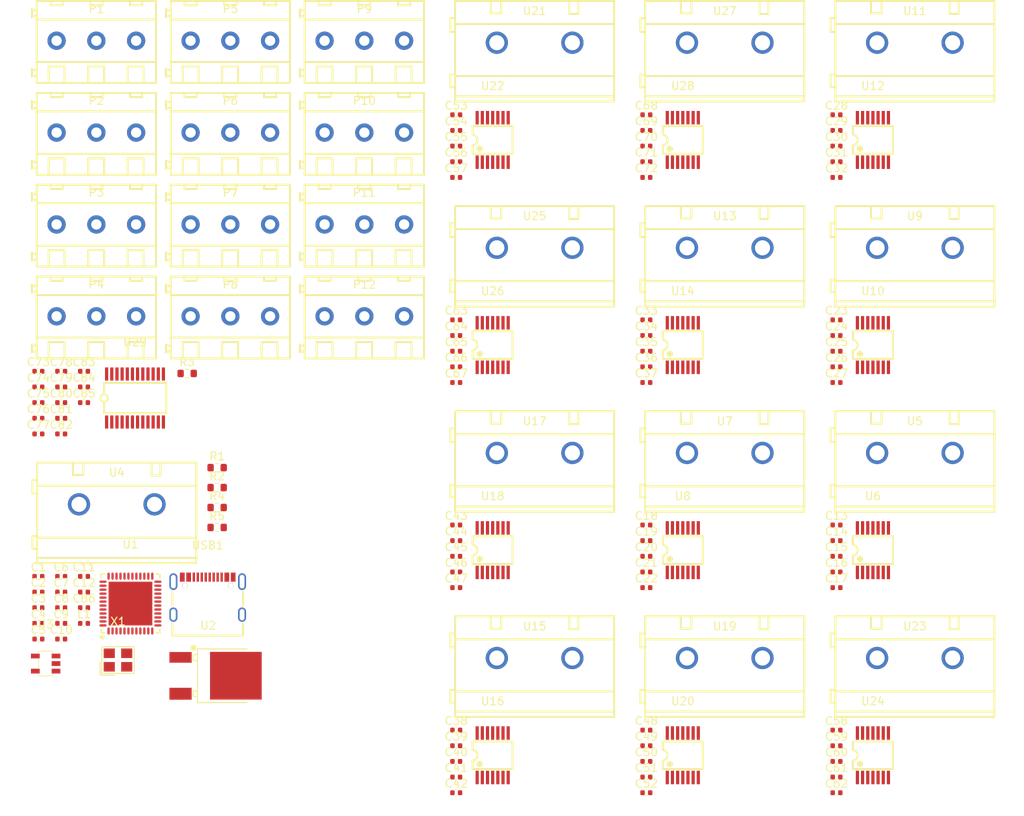
<source format=kicad_pcb>
(kicad_pcb (version 20240108) (generator "pcbnew") (generator_version "8.0")
  (layers (0 "F.Cu" signal) (31 "B.Cu" signal) (34 "B.Paste" user) (35 "F.Paste" user) (36 "B.SilkS" user "B.Silkscreen") (37 "F.SilkS" user "F.Silkscreen") (38 "B.Mask" user) (39 "F.Mask" user) (44 "Edge.Cuts" user))
  (net 0 "")
  (net 1 "GND")
  (net 2 "VDDA")
  (net 3 "+3V3")
  (net 4 "XOT")
  (net 5 "XIN")
  (net 6 "Net-(U1-NRST)")
  (net 7 "+12V")
  (net 8 "/Temperature Arr/Thermocouple ADC Sheet/T-")
  (net 9 "/Temperature Arr/Thermocouple ADC Sheet/T+")
  (net 10 "/Temperature Arr/Thermocouple ADC Sheet1/T-")
  (net 11 "/Temperature Arr/Thermocouple ADC Sheet1/T+")
  (net 12 "/Temperature Arr/Thermocouple ADC Sheet2/T-")
  (net 13 "/Temperature Arr/Thermocouple ADC Sheet2/T+")
  (net 14 "/Temperature Arr/Thermocouple ADC Sheet3/T-")
  (net 15 "/Temperature Arr/Thermocouple ADC Sheet3/T+")
  (net 16 "/Temperature Arr/Thermocouple ADC Sheet4/T-")
  (net 17 "/Temperature Arr/Thermocouple ADC Sheet4/T+")
  (net 18 "/Temperature Arr/Thermocouple ADC Sheet5/T-")
  (net 19 "/Temperature Arr/Thermocouple ADC Sheet5/T+")
  (net 20 "/Temperature Arr/Thermocouple ADC Sheet6/T-")
  (net 21 "/Temperature Arr/Thermocouple ADC Sheet6/T+")
  (net 22 "/Temperature Arr/Thermocouple ADC Sheet7/T-")
  (net 23 "/Temperature Arr/Thermocouple ADC Sheet7/T+")
  (net 24 "/Temperature Arr/Thermocouple ADC Sheet8/T-")
  (net 25 "/Temperature Arr/Thermocouple ADC Sheet8/T+")
  (net 26 "/Temperature Arr/Thermocouple ADC Sheet9/T-")
  (net 27 "/Temperature Arr/Thermocouple ADC Sheet9/T+")
  (net 28 "/Temperature Arr/Thermocouple ADC Sheet10/T-")
  (net 29 "/Temperature Arr/Thermocouple ADC Sheet10/T+")
  (net 30 "/Temperature Arr/Thermocouple ADC Sheet11/T-")
  (net 31 "/Temperature Arr/Thermocouple ADC Sheet11/T+")
  (net 32 "Net-(U1-VCAP1)")
  (net 33 "/12x Analog Multiplex/A6")
  (net 34 "/12x Analog Multiplex/A0")
  (net 35 "/12x Analog Multiplex/A7")
  (net 36 "/12x Analog Multiplex/A1")
  (net 37 "/12x Analog Multiplex/A9")
  (net 38 "/12x Analog Multiplex/A2")
  (net 39 "/12x Analog Multiplex/A8")
  (net 40 "/12x Analog Multiplex/A3")
  (net 41 "/12x Analog Multiplex/A10")
  (net 42 "/12x Analog Multiplex/A4")
  (net 43 "/12x Analog Multiplex/A11")
  (net 44 "/12x Analog Multiplex/A5")
  (net 45 "Net-(USB1-CC1)")
  (net 46 "Net-(USB1-CC2)")
  (net 47 "/~{EN}")
  (net 48 "SCL")
  (net 49 "SDA")
  (net 50 "/CS10")
  (net 51 "SPI_SCK")
  (net 52 "/S3")
  (net 53 "/CS8")
  (net 54 "/CS7")
  (net 55 "TX{slash}RX_USART2")
  (net 56 "SPI_MOSI")
  (net 57 "SWDIO")
  (net 58 "/CS3")
  (net 60 "D+")
  (net 62 "/CS0")
  (net 63 "/S1")
  (net 64 "/CS11")
  (net 65 "/CS2")
  (net 66 "/ADC")
  (net 67 "/S2")
  (net 68 "/S0")
  (net 69 "/CS6")
  (net 70 "D-")
  (net 71 "/~{FAULT}")
  (net 72 "/~{DRDY}")
  (net 74 "/CS5")
  (net 75 "/CS4")
  (net 76 "/CS9")
  (net 77 "SWCLK")
  (net 78 "TX")
  (net 79 "RX")
  (net 80 "/CS1")
  (net 81 "SPI_MISO")
  (net 82 "VBUS")
  (footprint "Capacitor_SMD:C_0402_1005Metric" (layer "F.Cu") (at 141.28 127.26)
    (property "Reference" "C51" (at 0 -1.16 0) (layer "F.SilkS"))
    (property "Value" "100nF")
    (pad "1" smd roundrect (at -0.48 0) (size 0.56 0.62) (layers "F.Cu" "F.Paste" "F.Mask") (net 3 "+3V3"))
    (pad "2" smd roundrect (at 0.48 0) (size 0.56 0.62) (layers "F.Cu" "F.Paste" "F.Mask") (net 1 "GND"))
  )
  (footprint "Capacitor_SMD:C_0402_1005Metric" (layer "F.Cu") (at 70.56 78.17)
    (property "Reference" "C84" (at 0 -1.16 0) (layer "F.SilkS"))
    (property "Value" "10uF")
    (pad "1" smd roundrect (at -0.48 0) (size 0.56 0.62) (layers "F.Cu" "F.Paste" "F.Mask") (net 3 "+3V3"))
    (pad "2" smd roundrect (at 0.48 0) (size 0.56 0.62) (layers "F.Cu" "F.Paste" "F.Mask") (net 1 "GND"))
  )
  (footprint "lib:CONN-TH_3P-P5.00_WJ128V-5.0-3P" (layer "F.Cu") (at 105.81 57.72)
    (property "Reference" "P11" (at 0 -4 0) (layer "F.SilkS"))
    (property "Value" "WJ128V-5.0-3P")
    (pad "1" thru_hole circle (at -5 0) (size 2.3 2.3) (drill 1.300023) (layers "*.Cu" "*.Mask") (net 3 "+3V3"))
    (pad "2" thru_hole circle (at 0 0) (size 2.3 2.3) (drill 1.300023) (layers "*.Cu" "*.Mask") (net 43 "/12x Analog Multiplex/A11"))
    (pad "3" thru_hole circle (at 5 0) (size 2.3 2.3) (drill 1.300023) (layers "*.Cu" "*.Mask") (net 1 "GND"))
  )
  (footprint "Capacitor_SMD:C_0402_1005Metric" (layer "F.Cu") (at 117.37 71.7)
    (property "Reference" "C64" (at 0 -1.16 0) (layer "F.SilkS"))
    (property "Value" "10nF")
    (pad "1" smd roundrect (at -0.48 0) (size 0.56 0.62) (layers "F.Cu" "F.Paste" "F.Mask") (net 29 "/Temperature Arr/Thermocouple ADC Sheet10/T+"))
    (pad "2" smd roundrect (at 0.48 0) (size 0.56 0.62) (layers "F.Cu" "F.Paste" "F.Mask") (net 1 "GND"))
  )
  (footprint "Capacitor_SMD:C_0402_1005Metric" (layer "F.Cu") (at 64.82 109.89)
    (property "Reference" "C5" (at 0 -1.16 0) (layer "F.SilkS"))
    (property "Value" "100nF")
    (pad "1" smd roundrect (at -0.48 0) (size 0.56 0.62) (layers "F.Cu" "F.Paste" "F.Mask") (net 3 "+3V3"))
    (pad "2" smd roundrect (at 0.48 0) (size 0.56 0.62) (layers "F.Cu" "F.Paste" "F.Mask") (net 1 "GND"))
  )
  (footprint "Capacitor_SMD:C_0402_1005Metric" (layer "F.Cu") (at 141.28 43.92)
    (property "Reference" "C68" (at 0 -1.16 0) (layer "F.SilkS"))
    (property "Value" "10nF")
    (pad "1" smd roundrect (at -0.48 0) (size 0.56 0.62) (layers "F.Cu" "F.Paste" "F.Mask") (net 1 "GND"))
    (pad "2" smd roundrect (at 0.48 0) (size 0.56 0.62) (layers "F.Cu" "F.Paste" "F.Mask") (net 30 "/Temperature Arr/Thermocouple ADC Sheet11/T-"))
  )
  (footprint "Capacitor_SMD:C_0402_1005Metric" (layer "F.Cu") (at 141.28 47.86)
    (property "Reference" "C70" (at 0 -1.16 0) (layer "F.SilkS"))
    (property "Value" "100nF")
    (pad "1" smd roundrect (at -0.48 0) (size 0.56 0.62) (layers "F.Cu" "F.Paste" "F.Mask") (net 3 "+3V3"))
    (pad "2" smd roundrect (at 0.48 0) (size 0.56 0.62) (layers "F.Cu" "F.Paste" "F.Mask") (net 1 "GND"))
  )
  (footprint "lib:TSSOP-14_L5.0-W4.4-P0.65-LS6.4-BL" (layer "F.Cu") (at 121.95 47.085)
    (property "Reference" "U22" (at 0 -6.8 0) (layer "F.SilkS"))
    (property "Value" "MAX31856MUD+T")
    (pad "1" smd rect (at -1.95 2.8) (size 0.4 1.7) (layers "F.Cu" "F.Paste" "F.Mask") (net 1 "GND"))
    (pad "2" smd rect (at -1.3 2.8) (size 0.4 1.7) (layers "F.Cu" "F.Paste" "F.Mask") (net 24 "/Temperature Arr/Thermocouple ADC Sheet8/T-"))
    (pad "3" smd rect (at -0.65 2.8) (size 0.4 1.7) (layers "F.Cu" "F.Paste" "F.Mask") (net 24 "/Temperature Arr/Thermocouple ADC Sheet8/T-"))
    (pad "4" smd rect (at 0 2.8) (size 0.4 1.7) (layers "F.Cu" "F.Paste" "F.Mask") (net 25 "/Temperature Arr/Thermocouple ADC Sheet8/T+"))
    (pad "5" smd rect (at 0.65 2.8) (size 0.4 1.7) (layers "F.Cu" "F.Paste" "F.Mask") (net 3 "+3V3"))
    (pad "6" smd rect (at 1.3 2.8) (size 0.4 1.7) (layers "F.Cu" "F.Paste" "F.Mask"))
    (pad "7" smd rect (at 1.95 2.8) (size 0.4 1.7) (layers "F.Cu" "F.Paste" "F.Mask") (net 72 "/~{DRDY}"))
    (pad "8" smd rect (at 1.95 -2.8) (size 0.4 1.7) (layers "F.Cu" "F.Paste" "F.Mask") (net 3 "+3V3"))
    (pad "9" smd rect (at 1.3 -2.8) (size 0.4 1.7) (layers "F.Cu" "F.Paste" "F.Mask") (net 53 "/CS8"))
    (pad "10" smd rect (at 0.65 -2.8) (size 0.4 1.7) (layers "F.Cu" "F.Paste" "F.Mask") (net 51 "SPI_SCK"))
    (pad "11" smd rect (at 0 -2.8) (size 0.4 1.7) (layers "F.Cu" "F.Paste" "F.Mask") (net 81 "SPI_MISO"))
    (pad "12" smd rect (at -0.65 -2.8) (size 0.4 1.7) (layers "F.Cu" "F.Paste" "F.Mask") (net 56 "SPI_MOSI"))
    (pad "13" smd rect (at -1.3 -2.8) (size 0.4 1.7) (layers "F.Cu" "F.Paste" "F.Mask") (net 71 "/~{FAULT}"))
    (pad "14" smd rect (at -1.95 -2.8) (size 0.4 1.7) (layers "F.Cu" "F.Paste" "F.Mask") (net 1 "GND"))
  )
  (footprint "Capacitor_SMD:C_0402_1005Metric" (layer "F.Cu") (at 117.37 97.51)
    (property "Reference" "C44" (at 0 -1.16 0) (layer "F.SilkS"))
    (property "Value" "10nF")
    (pad "1" smd roundrect (at -0.48 0) (size 0.56 0.62) (layers "F.Cu" "F.Paste" "F.Mask") (net 21 "/Temperature Arr/Thermocouple ADC Sheet6/T+"))
    (pad "2" smd roundrect (at 0.48 0) (size 0.56 0.62) (layers "F.Cu" "F.Paste" "F.Mask") (net 1 "GND"))
  )
  (footprint "Capacitor_SMD:C_0402_1005Metric" (layer "F.Cu") (at 117.37 43.92)
    (property "Reference" "C53" (at 0 -1.16 0) (layer "F.SilkS"))
    (property "Value" "10nF")
    (pad "1" smd roundrect (at -0.48 0) (size 0.56 0.62) (layers "F.Cu" "F.Paste" "F.Mask") (net 1 "GND"))
    (pad "2" smd roundrect (at 0.48 0) (size 0.56 0.62) (layers "F.Cu" "F.Paste" "F.Mask") (net 24 "/Temperature Arr/Thermocouple ADC Sheet8/T-"))
  )
  (footprint "Resistor_SMD:R_0603_1608Metric" (layer "F.Cu") (at 87.3 88.32)
    (property "Reference" "R1" (at 0 -1.43 0) (layer "F.SilkS"))
    (property "Value" "5k1")
    (pad "1" smd roundrect (at -0.825 0) (size 0.8 0.95) (layers "F.Cu" "F.Paste" "F.Mask") (net 1 "GND"))
    (pad "2" smd roundrect (at 0.825 0) (size 0.8 0.95) (layers "F.Cu" "F.Paste" "F.Mask") (net 45 "Net-(USB1-CC1)"))
  )
  (footprint "Capacitor_SMD:C_0402_1005Metric" (layer "F.Cu") (at 117.37 69.73)
    (property "Reference" "C63" (at 0 -1.16 0) (layer "F.SilkS"))
    (property "Value" "10nF")
    (pad "1" smd roundrect (at -0.48 0) (size 0.56 0.62) (layers "F.Cu" "F.Paste" "F.Mask") (net 1 "GND"))
    (pad "2" smd roundrect (at 0.48 0) (size 0.56 0.62) (layers "F.Cu" "F.Paste" "F.Mask") (net 28 "/Temperature Arr/Thermocouple ADC Sheet10/T-"))
  )
  (footprint "Capacitor_SMD:C_0402_1005Metric" (layer "F.Cu") (at 70.56 102.01)
    (property "Reference" "C11" (at 0 -1.16 0) (layer "F.SilkS"))
    (property "Value" "10uF")
    (pad "1" smd roundrect (at -0.48 0) (size 0.56 0.62) (layers "F.Cu" "F.Paste" "F.Mask") (net 3 "+3V3"))
    (pad "2" smd roundrect (at 0.48 0) (size 0.56 0.62) (layers "F.Cu" "F.Paste" "F.Mask") (net 1 "GND"))
  )
  (footprint "Capacitor_SMD:C_0402_1005Metric" (layer "F.Cu") (at 141.28 77.61)
    (property "Reference" "C37" (at 0 -1.16 0) (layer "F.SilkS"))
    (property "Value" "100nF")
    (pad "1" smd roundrect (at -0.48 0) (size 0.56 0.62) (layers "F.Cu" "F.Paste" "F.Mask") (net 16 "/Temperature Arr/Thermocouple ADC Sheet4/T-"))
    (pad "2" smd roundrect (at 0.48 0) (size 0.56 0.62) (layers "F.Cu" "F.Paste" "F.Mask") (net 17 "/Temperature Arr/Thermocouple ADC Sheet4/T+"))
  )
  (footprint "lib:CONN-TH_3P-P5.00_WJ128V-5.0-3P" (layer "F.Cu") (at 72.11 69.28)
    (property "Reference" "P4" (at 0 -4 0) (layer "F.SilkS"))
    (property "Value" "WJ128V-5.0-3P")
    (pad "1" thru_hole circle (at -5 0) (size 2.3 2.3) (drill 1.300023) (layers "*.Cu" "*.Mask") (net 3 "+3V3"))
    (pad "2" thru_hole circle (at 0 0) (size 2.3 2.3) (drill 1.300023) (layers "*.Cu" "*.Mask") (net 36 "/12x Analog Multiplex/A1"))
    (pad "3" thru_hole circle (at 5 0) (size 2.3 2.3) (drill 1.300023) (layers "*.Cu" "*.Mask") (net 1 "GND"))
  )
  (footprint "Capacitor_SMD:C_0402_1005Metric" (layer "F.Cu") (at 117.37 127.26)
    (property "Reference" "C41" (at 0 -1.16 0) (layer "F.SilkS"))
    (property "Value" "100nF")
    (pad "1" smd roundrect (at -0.48 0) (size 0.56 0.62) (layers "F.Cu" "F.Paste" "F.Mask") (net 3 "+3V3"))
    (pad "2" smd roundrect (at 0.48 0) (size 0.56 0.62) (layers "F.Cu" "F.Paste" "F.Mask") (net 1 "GND"))
  )
  (footprint "lib:CONN-TH_2P-P9.50_DB910-9.52-2P" (layer "F.Cu") (at 151.135 60.66)
    (property "Reference" "U13" (at 0 -4 0) (layer "F.SilkS"))
    (property "Value" "MX950T-9.5-02P-GN01-CU-PS-A")
    (pad "1" thru_hole circle (at -4.75 0) (size 2.8 2.8) (drill 1.900022) (layers "*.Cu" "*.Mask") (net 17 "/Temperature Arr/Thermocouple ADC Sheet4/T+"))
    (pad "2" thru_hole circle (at 4.75 0) (size 2.8 2.8) (drill 1.900022) (layers "*.Cu" "*.Mask") (net 16 "/Temperature Arr/Thermocouple ADC Sheet4/T-"))
  )
  (footprint "Capacitor_SMD:C_0402_1005Metric" (layer "F.Cu") (at 165.19 121.35)
    (property "Reference" "C58" (at 0 -1.16 0) (layer "F.SilkS"))
    (property "Value" "10nF")
    (pad "1" smd roundrect (at -0.48 0) (size 0.56 0.62) (layers "F.Cu" "F.Paste" "F.Mask") (net 1 "GND"))
    (pad "2" smd roundrect (at 0.48 0) (size 0.56 0.62) (layers "F.Cu" "F.Paste" "F.Mask") (net 26 "/Temperature Arr/Thermocouple ADC Sheet9/T-"))
  )
  (footprint "Capacitor_SMD:C_0402_1005Metric" (layer "F.Cu") (at 117.37 45.89)
    (property "Reference" "C54" (at 0 -1.16 0) (layer "F.SilkS"))
    (property "Value" "10nF")
    (pad "1" smd roundrect (at -0.48 0) (size 0.56 0.62) (layers "F.Cu" "F.Paste" "F.Mask") (net 25 "/Temperature Arr/Thermocouple ADC Sheet8/T+"))
    (pad "2" smd roundrect (at 0.48 0) (size 0.56 0.62) (layers "F.Cu" "F.Paste" "F.Mask") (net 1 "GND"))
  )
  (footprint "lib:CONN-TH_2P-P9.50_DB910-9.52-2P" (layer "F.Cu") (at 127.225 86.47)
    (property "Reference" "U17" (at 0 -4 0) (layer "F.SilkS"))
    (property "Value" "MX950T-9.5-02P-GN01-CU-PS-A")
    (pad "1" thru_hole circle (at -4.75 0) (size 2.8 2.8) (drill 1.900022) (layers "*.Cu" "*.Mask") (net 21 "/Temperature Arr/Thermocouple ADC Sheet6/T+"))
    (pad "2" thru_hole circle (at 4.75 0) (size 2.8 2.8) (drill 1.900022) (layers "*.Cu" "*.Mask") (net 20 "/Temperature Arr/Thermocouple ADC Sheet6/T-"))
  )
  (footprint "lib:CONN-TH_2P-P9.50_DB910-9.52-2P" (layer "F.Cu") (at 151.135 34.85)
    (property "Reference" "U27" (at 0 -4 0) (layer "F.SilkS"))
    (property "Value" "MX950T-9.5-02P-GN01-CU-PS-A")
    (pad "1" thru_hole circle (at -4.75 0) (size 2.8 2.8) (drill 1.900022) (layers "*.Cu" "*.Mask") (net 31 "/Temperature Arr/Thermocouple ADC Sheet11/T+"))
    (pad "2" thru_hole circle (at 4.75 0) (size 2.8 2.8) (drill 1.900022) (layers "*.Cu" "*.Mask") (net 30 "/Temperature Arr/Thermocouple ADC Sheet11/T-"))
  )
  (footprint "Capacitor_SMD:C_0402_1005Metric" (layer "F.Cu") (at 141.28 95.54)
    (property "Reference" "C18" (at 0 -1.16 0) (layer "F.SilkS"))
    (property "Value" "10nF")
    (pad "1" smd roundrect (at -0.48 0) (size 0.56 0.62) (layers "F.Cu" "F.Paste" "F.Mask") (net 1 "GND"))
    (pad "2" smd roundrect (at 0.48 0) (size 0.56 0.62) (layers "F.Cu" "F.Paste" "F.Mask") (net 10 "/Temperature Arr/Thermocouple ADC Sheet1/T-"))
  )
  (footprint "lib:CONN-TH_2P-P9.50_DB910-9.52-2P" (layer "F.Cu") (at 127.225 34.85)
    (property "Reference" "U21" (at 0 -4 0) (layer "F.SilkS"))
    (property "Value" "MX950T-9.5-02P-GN01-CU-PS-A")
    (pad "1" thru_hole circle (at -4.75 0) (size 2.8 2.8) (drill 1.900022) (layers "*.Cu" "*.Mask") (net 25 "/Temperature Arr/Thermocouple ADC Sheet8/T+"))
    (pad "2" thru_hole circle (at 4.75 0) (size 2.8 2.8) (drill 1.900022) (layers "*.Cu" "*.Mask") (net 24 "/Temperature Arr/Thermocouple ADC Sheet8/T-"))
  )
  (footprint "lib:CRYSTAL-SMD_4P-L3.2-W2.5-BL" (layer "F.Cu") (at 74.83 112.53)
    (property "Reference" "X1" (at 0 -4.85 0) (layer "F.SilkS"))
    (property "Value" "TAXM8M4RDBCCT2T")
    (pad "1" smd rect (at -1.1 0.85) (size 1.4 1.2) (layers "F.Cu" "F.Paste" "F.Mask") (net 5 "XIN"))
    (pad "2" smd rect (at 1.1 0.85) (size 1.4 1.2) (layers "F.Cu" "F.Paste" "F.Mask") (net 1 "GND"))
    (pad "3" smd rect (at 1.1 -0.85) (size 1.4 1.2) (layers "F.Cu" "F.Paste" "F.Mask") (net 4 "XOT"))
    (pad "4" smd rect (at -1.1 -0.85) (size 1.4 1.2) (layers "F.Cu" "F.Paste" "F.Mask") (net 1 "GND"))
  )
  (footprint "lib:CONN-TH_3P-P5.00_WJ128V-5.0-3P" (layer "F.Cu") (at 72.11 34.6)
    (property "Reference" "P1" (at 0 -4 0) (layer "F.SilkS"))
    (property "Value" "WJ128V-5.0-3P")
    (pad "1" thru_hole circle (at -5 0) (size 2.3 2.3) (drill 1.300023) (layers "*.Cu" "*.Mask") (net 3 "+3V3"))
    (pad "2" thru_hole circle (at 0 0) (size 2.3 2.3) (drill 1.300023) (layers "*.Cu" "*.Mask") (net 33 "/12x Analog Multiplex/A6"))
    (pad "3" thru_hole circle (at 5 0) (size 2.3 2.3) (drill 1.300023) (layers "*.Cu" "*.Mask") (net 1 "GND"))
  )
  (footprint "Capacitor_SMD:C_0402_1005Metric" (layer "F.Cu") (at 141.28 103.42)
    (property "Reference" "C22" (at 0 -1.16 0) (layer "F.SilkS"))
    (property "Value" "100nF")
    (pad "1" smd roundrect (at -0.48 0) (size 0.56 0.62) (layers "F.Cu" "F.Paste" "F.Mask") (net 10 "/Temperature Arr/Thermocouple ADC Sheet1/T-"))
    (pad "2" smd roundrect (at 0.48 0) (size 0.56 0.62) (layers "F.Cu" "F.Paste" "F.Mask") (net 11 "/Temperature Arr/Thermocouple ADC Sheet1/T+"))
  )
  (footprint "Capacitor_SMD:C_0402_1005Metric" (layer "F.Cu") (at 165.19 129.23)
    (property "Reference" "C62" (at 0 -1.16 0) (layer "F.SilkS"))
    (property "Value" "100nF")
    (pad "1" smd roundrect (at -0.48 0) (size 0.56 0.62) (layers "F.Cu" "F.Paste" "F.Mask") (net 26 "/Temperature Arr/Thermocouple ADC Sheet9/T-"))
    (pad "2" smd roundrect (at 0.48 0) (size 0.56 0.62) (layers "F.Cu" "F.Paste" "F.Mask") (net 27 "/Temperature Arr/Thermocouple ADC Sheet9/T+"))
  )
  (footprint "Capacitor_SMD:C_0402_1005Metric" (layer "F.Cu") (at 141.28 75.64)
    (property "Reference" "C36" (at 0 -1.16 0) (layer "F.SilkS"))
    (property "Value" "100nF")
    (pad "1" smd roundrect (at -0.48 0) (size 0.56 0.62) (layers "F.Cu" "F.Paste" "F.Mask") (net 3 "+3V3"))
    (pad "2" smd roundrect (at 0.48 0) (size 0.56 0.62) (layers "F.Cu" "F.Paste" "F.Mask") (net 1 "GND"))
  )
  (footprint "Capacitor_SMD:C_0402_1005Metric" (layer "F.Cu") (at 165.19 123.32)
    (property "Reference" "C59" (at 0 -1.16 0) (layer "F.SilkS"))
    (property "Value" "10nF")
    (pad "1" smd roundrect (at -0.48 0) (size 0.56 0.62) (layers "F.Cu" "F.Paste" "F.Mask") (net 27 "/Temperature Arr/Thermocouple ADC Sheet9/T+"))
    (pad "2" smd roundrect (at 0.48 0) (size 0.56 0.62) (layers "F.Cu" "F.Paste" "F.Mask") (net 1 "GND"))
  )
  (footprint "Capacitor_SMD:C_0402_1005Metric" (layer "F.Cu") (at 141.28 99.48)
    (property "Reference" "C20" (at 0 -1.16 0) (layer "F.SilkS"))
    (property "Value" "100nF")
    (pad "1" smd roundrect (at -0.48 0) (size 0.56 0.62) (layers "F.Cu" "F.Paste" "F.Mask") (net 3 "+3V3"))
    (pad "2" smd roundrect (at 0.48 0) (size 0.56 0.62) (layers "F.Cu" "F.Paste" "F.Mask") (net 1 "GND"))
  )
  (footprint "Capacitor_SMD:C_0402_1005Metric" (layer "F.Cu") (at 117.37 77.61)
    (property "Reference" "C67" (at 0 -1.16 0) (layer "F.SilkS"))
    (property "Value" "100nF")
    (pad "1" smd roundrect (at -0.48 0) (size 0.56 0.62) (layers "F.Cu" "F.Paste" "F.Mask") (net 28 "/Temperature Arr/Thermocouple ADC Sheet10/T-"))
    (pad "2" smd roundrect (at 0.48 0) (size 0.56 0.62) (layers "F.Cu" "F.Paste" "F.Mask") (net 29 "/Temperature Arr/Thermocouple ADC Sheet10/T+"))
  )
  (footprint "Capacitor_SMD:C_0402_1005Metric" (layer "F.Cu") (at 67.69 84.08)
    (property "Reference" "C82" (at 0 -1.16 0) (layer "F.SilkS"))
    (property "Value" "10uF")
    (pad "1" smd roundrect (at -0.48 0) (size 0.56 0.62) (layers "F.Cu" "F.Paste" "F.Mask") (net 3 "+3V3"))
    (pad "2" smd roundrect (at 0.48 0) (size 0.56 0.62) (layers "F.Cu" "F.Paste" "F.Mask") (net 1 "GND"))
  )
  (footprint "lib:CONN-TH_3P-P5.00_WJ128V-5.0-3P" (layer "F.Cu") (at 105.81 46.16)
    (property "Reference" "P10" (at 0 -4 0) (layer "F.SilkS"))
    (property "Value" "WJ128V-5.0-3P")
    (pad "1" thru_hole circle (at -5 0) (size 2.3 2.3) (drill 1.300023) (layers "*.Cu" "*.Mask") (net 3 "+3V3"))
    (pad "2" thru_hole circle (at 0 0) (size 2.3 2.3) (drill 1.300023) (layers "*.Cu" "*.Mask") (net 42 "/12x Analog Multiplex/A4"))
    (pad "3" thru_hole circle (at 5 0) (size 2.3 2.3) (drill 1.300023) (layers "*.Cu" "*.Mask") (net 1 "GND"))
  )
  (footprint "lib:TSSOP-14_L5.0-W4.4-P0.65-LS6.4-BL" (layer "F.Cu") (at 145.86 98.705)
    (property "Reference" "U8" (at 0 -6.8 0) (layer "F.SilkS"))
    (property "Value" "MAX31856MUD+T")
    (pad "1" smd rect (at -1.95 2.8) (size 0.4 1.7) (layers "F.Cu" "F.Paste" "F.Mask") (net 1 "GND"))
    (pad "2" smd rect (at -1.3 2.8) (size 0.4 1.7) (layers "F.Cu" "F.Paste" "F.Mask") (net 10 "/Temperature Arr/Thermocouple ADC Sheet1/T-"))
    (pad "3" smd rect (at -0.65 2.8) (size 0.4 1.7) (layers "F.Cu" "F.Paste" "F.Mask") (net 10 "/Temperature Arr/Thermocouple ADC Sheet1/T-"))
    (pad "4" smd rect (at 0 2.8) (size 0.4 1.7) (layers "F.Cu" "F.Paste" "F.Mask") (net 11 "/Temperature Arr/Thermocouple ADC Sheet1/T+"))
    (pad "5" smd rect (at 0.65 2.8) (size 0.4 1.7) (layers "F.Cu" "F.Paste" "F.Mask") (net 3 "+3V3"))
    (pad "6" smd rect (at 1.3 2.8) (size 0.4 1.7) (layers "F.Cu" "F.Paste" "F.Mask"))
    (pad "7" smd rect (at 1.95 2.8) (size 0.4 1.7) (layers "F.Cu" "F.Paste" "F.Mask") (net 72 "/~{DRDY}"))
    (pad "8" smd rect (at 1.95 -2.8) (size 0.4 1.7) (layers "F.Cu" "F.Paste" "F.Mask") (net 3 "+3V3"))
    (pad "9" smd rect (at 1.3 -2.8) (size 0.4 1.7) (layers "F.Cu" "F.Paste" "F.Mask") (net 80 "/CS1"))
    (pad "10" smd rect (at 0.65 -2.8) (size 0.4 1.7) (layers "F.Cu" "F.Paste" "F.Mask") (net 51 "SPI_SCK"))
    (pad "11" smd rect (at 0 -2.8) (size 0.4 1.7) (layers "F.Cu" "F.Paste" "F.Mask") (net 81 "SPI_MISO"))
    (pad "12" smd rect (at -0.65 -2.8) (size 0.4 1.7) (layers "F.Cu" "F.Paste" "F.Mask") (net 56 "SPI_MOSI"))
    (pad "13" smd rect (at -1.3 -2.8) (size 0.4 1.7) (layers "F.Cu" "F.Paste" "F.Mask") (net 71 "/~{FAULT}"))
    (pad "14" smd rect (at -1.95 -2.8) (size 0.4 1.7) (layers "F.Cu" "F.Paste" "F.Mask") (net 1 "GND"))
  )
  (footprint "Capacitor_SMD:C_0402_1005Metric" (layer "F.Cu") (at 165.19 77.61)
    (property "Reference" "C27" (at 0 -1.16 0) (layer "F.SilkS"))
    (property "Value" "100nF")
    (pad "1" smd roundrect (at -0.48 0) (size 0.56 0.62) (layers "F.Cu" "F.Paste" "F.Mask") (net 12 "/Temperature Arr/Thermocouple ADC Sheet2/T-"))
    (pad "2" smd roundrect (at 0.48 0) (size 0.56 0.62) (layers "F.Cu" "F.Paste" "F.Mask") (net 13 "/Temperature Arr/Thermocouple ADC Sheet2/T+"))
  )
  (footprint "Capacitor_SMD:C_0402_1005Metric" (layer "F.Cu") (at 141.28 101.45)
    (property "Reference" "C21" (at 0 -1.16 0) (layer "F.SilkS"))
    (property "Value" "100nF")
    (pad "1" smd roundrect (at -0.48 0) (size 0.56 0.62) (layers "F.Cu" "F.Paste" "F.Mask") (net 3 "+3V3"))
    (pad "2" smd roundrect (at 0.48 0) (size 0.56 0.62) (layers "F.Cu" "F.Paste" "F.Mask") (net 1 "GND"))
  )
  (footprint "Capacitor_SMD:C_0402_1005Metric" (layer "F.Cu") (at 165.19 75.64)
    (property "Reference" "C26" (at 0 -1.16 0) (layer "F.SilkS"))
    (property "Value" "100nF")
    (pad "1" smd roundrect (at -0.48 0) (size 0.56 0.62) (layers "F.Cu" "F.Paste" "F.Mask") (net 3 "+3V3"))
    (pad "2" smd roundrect (at 0.48 0) (size 0.56 0.62) (layers "F.Cu" "F.Paste" "F.Mask") (net 1 "GND"))
  )
  (footprint "lib:CONN-TH_3P-P5.00_WJ128V-5.0-3P" (layer "F.Cu") (at 72.11 57.72)
    (property "Reference" "P3" (at 0 -4 0) (layer "F.SilkS"))
    (property "Value" "WJ128V-5.0-3P")
    (pad "1" thru_hole circle (at -5 0) (size 2.3 2.3) (drill 1.300023) (layers "*.Cu" "*.Mask") (net 3 "+3V3"))
    (pad "2" thru_hole circle (at 0 0) (size 2.3 2.3) (drill 1.300023) (layers "*.Cu" "*.Mask") (net 35 "/12x Analog Multiplex/A7"))
    (pad "3" thru_hole circle (at 5 0) (size 2.3 2.3) (drill 1.300023) (layers "*.Cu" "*.Mask") (net 1 "GND"))
  )
  (footprint "Capacitor_SMD:C_0402_1005Metric" (layer "F.Cu") (at 64.82 76.2)
    (property "Reference" "C73" (at 0 -1.16 0) (layer "F.SilkS"))
    (property "Value" "10uF")
    (pad "1" smd roundrect (at -0.48 0) (size 0.56 0.62) (layers "F.Cu" "F.Paste" "F.Mask") (net 3 "+3V3"))
    (pad "2" smd roundrect (at 0.48 0) (size 0.56 0.62) (layers "F.Cu" "F.Paste" "F.Mask") (net 1 "GND"))
  )
  (footprint "Capacitor_SMD:C_0402_1005Metric" (layer "F.Cu") (at 141.28 125.29)
    (property "Reference" "C50" (at 0 -1.16 0) (layer "F.SilkS"))
    (property "Value" "100nF")
    (pad "1" smd roundrect (at -0.48 0) (size 0.56 0.62) (layers "F.Cu" "F.Paste" "F.Mask") (net 3 "+3V3"))
    (pad "2" smd roundrect (at 0.48 0) (size 0.56 0.62) (layers "F.Cu" "F.Paste" "F.Mask") (net 1 "GND"))
  )
  (footprint "Capacitor_SMD:C_0402_1005Metric" (layer "F.Cu") (at 64.82 78.17)
    (property "Reference" "C74" (at 0 -1.16 0) (layer "F.SilkS"))
    (property "Value" "10uF")
    (pad "1" smd roundrect (at -0.48 0) (size 0.56 0.62) (layers "F.Cu" "F.Paste" "F.Mask") (net 3 "+3V3"))
    (pad "2" smd roundrect (at 0.48 0) (size 0.56 0.62) (layers "F.Cu" "F.Paste" "F.Mask") (net 1 "GND"))
  )
  (footprint "Capacitor_SMD:C_0402_1005Metric" (layer "F.Cu") (at 165.19 127.26)
    (property "Reference" "C61" (at 0 -1.16 0) (layer "F.SilkS"))
    (property "Value" "100nF")
    (pad "1" smd roundrect (at -0.48 0) (size 0.56 0.62) (layers "F.Cu" "F.Paste" "F.Mask") (net 3 "+3V3"))
    (pad "2" smd roundrect (at 0.48 0) (size 0.56 0.62) (layers "F.Cu" "F.Paste" "F.Mask") (net 1 "GND"))
  )
  (footprint "Capacitor_SMD:C_0402_1005Metric" (layer "F.Cu") (at 67.69 82.11)
    (property "Reference" "C81" (at 0 -1.16 0) (layer "F.SilkS"))
    (property "Value" "10uF")
    (pad "1" smd roundrect (at -0.48 0) (size 0.56 0.62) (layers "F.Cu" "F.Paste" "F.Mask") (net 3 "+3V3"))
    (pad "2" smd roundrect (at 0.48 0) (size 0.56 0.62) (layers "F.Cu" "F.Paste" "F.Mask") (net 1 "GND"))
  )
  (footprint "Capacitor_SMD:C_0402_1005Metric" (layer "F.Cu") (at 117.37 47.86)
    (property "Reference" "C55" (at 0 -1.16 0) (layer "F.SilkS"))
    (property "Value" "100nF")
    (pad "1" smd roundrect (at -0.48 0) (size 0.56 0.62) (layers "F.Cu" "F.Paste" "F.Mask") (net 3 "+3V3"))
    (pad "2" smd roundrect (at 0.48 0) (size 0.56 0.62) (layers "F.Cu" "F.Paste" "F.Mask") (net 1 "GND"))
  )
  (footprint "Capacitor_SMD:C_0402_1005Metric" (layer "F.Cu") (at 117.37 125.29)
    (property "Reference" "C40" (at 0 -1.16 0) (layer "F.SilkS"))
    (property "Value" "100nF")
    (pad "1" smd roundrect (at -0.48 0) (size 0.56 0.62) (layers "F.Cu" "F.Paste" "F.Mask") (net 3 "+3V3"))
    (pad "2" smd roundrect (at 0.48 0) (size 0.56 0.62) (layers "F.Cu" "F.Paste" "F.Mask") (net 1 "GND"))
  )
  (footprint "Capacitor_SMD:C_0402_1005Metric" (layer "F.Cu") (at 64.82 80.14)
    (property "Reference" "C75" (at 0 -1.16 0) (layer "F.SilkS"))
    (property "Value" "10uF")
    (pad "1" smd roundrect (at -0.48 0) (size 0.56 0.62) (layers "F.Cu" "F.Paste" "F.Mask") (net 3 "+3V3"))
    (pad "2" smd roundrect (at 0.48 0) (size 0.56 0.62) (layers "F.Cu" "F.Paste" "F.Mask") (net 1 "GND"))
  )
  (footprint "Capacitor_SMD:C_0402_1005Metric" (layer "F.Cu") (at 70.56 76.2)
    (property "Reference" "C83" (at 0 -1.16 0) (layer "F.SilkS"))
    (property "Value" "10uF")
    (pad "1" smd roundrect (at -0.48 0) (size 0.56 0.62) (layers "F.Cu" "F.Paste" "F.Mask") (net 3 "+3V3"))
    (pad "2" smd roundrect (at 0.48 0) (size 0.56 0.62) (layers "F.Cu" "F.Paste" "F.Mask") (net 1 "GND"))
  )
  (footprint "Capacitor_SMD:C_0402_1005Metric" (layer "F.Cu") (at 165.19 97.51)
    (property "Reference" "C14" (at 0 -1.16 0) (layer "F.SilkS"))
    (property "Value" "10nF")
    (pad "1" smd roundrect (at -0.48 0) (size 0.56 0.62) (layers "F.Cu" "F.Paste" "F.Mask") (net 9 "/Temperature Arr/Thermocouple ADC Sheet/T+"))
    (pad "2" smd roundrect (at 0.48 0) (size 0.56 0.62) (layers "F.Cu" "F.Paste" "F.Mask") (net 1 "GND"))
  )
  (footprint "Capacitor_SMD:C_0402_1005Metric" (layer "F.Cu") (at 165.19 71.7)
    (property "Reference" "C24" (at 0 -1.16 0) (layer "F.SilkS"))
    (property "Value" "10nF")
    (pad "1" smd roundrect (at -0.48 0) (size 0.56 0.62) (layers "F.Cu" "F.Paste" "F.Mask") (net 13 "/Temperature Arr/Thermocouple ADC Sheet2/T+"))
    (pad "2" smd roundrect (at 0.48 0) (size 0.56 0.62) (layers "F.Cu" "F.Paste" "F.Mask") (net 1 "GND"))
  )
  (footprint "lib:TSSOP-14_L5.0-W4.4-P0.65-LS6.4-BL" (layer "F.Cu") (at 121.95 72.895)
    (property "Reference" "U26" (at 0 -6.8 0) (layer "F.SilkS"))
    (property "Value" "MAX31856MUD+T")
    (pad "1" smd rect (at -1.95 2.8) (size 0.4 1.7) (layers "F.Cu" "F.Paste" "F.Mask") (net 1 "GND"))
    (pad "2" smd rect (at -1.3 2.8) (size 0.4 1.7) (layers "F.Cu" "F.Paste" "F.Mask") (net 28 "/Temperature Arr/Thermocouple ADC Sheet10/T-"))
    (pad "3" smd rect (at -0.65 2.8) (size 0.4 1.7) (layers "F.Cu" "F.Paste" "F.Mask") (net 28 "/Temperature Arr/Thermocouple ADC Sheet10/T-"))
    (pad "4" smd rect (at 0 2.8) (size 0.4 1.7) (layers "F.Cu" "F.Paste" "F.Mask") (net 29 "/Temperature Arr/Thermocouple ADC Sheet10/T+"))
    (pad "5" smd rect (at 0.65 2.8) (size 0.4 1.7) (layers "F.Cu" "F.Paste" "F.Mask") (net 3 "+3V3"))
    (pad "6" smd rect (at 1.3 2.8) (size 0.4 1.7) (layers "F.Cu" "F.Paste" "F.Mask"))
    (pad "7" smd rect (at 1.95 2.8) (size 0.4 1.7) (layers "F.Cu" "F.Paste" "F.Mask") (net 72 "/~{DRDY}"))
    (pad "8" smd rect (at 1.95 -2.8) (size 0.4 1.7) (layers "F.Cu" "F.Paste" "F.Mask") (net 3 "+3V3"))
    (pad "9" smd rect (at 1.3 -2.8) (size 0.4 1.7) (layers "F.Cu" "F.Paste" "F.Mask") (net 50 "/CS10"))
    (pad "10" smd rect (at 0.65 -2.8) (size 0.4 1.7) (layers "F.Cu" "F.Paste" "F.Mask") (net 51 "SPI_SCK"))
    (pad "11" smd rect (at 0 -2.8) (size 0.4 1.7) (layers "F.Cu" "F.Paste" "F.Mask") (net 81 "SPI_MISO"))
    (pad "12" smd rect (at -0.65 -2.8) (size 0.4 1.7) (layers "F.Cu" "F.Paste" "F.Mask") (net 56 "SPI_MOSI"))
    (pad "13" smd rect (at -1.3 -2.8) (size 0.4 1.7) (layers "F.Cu" "F.Paste" "F.Mask") (net 71 "/~{FAULT}"))
    (pad "14" smd rect (at -1.95 -2.8) (size 0.4 1.7) (layers "F.Cu" "F.Paste" "F.Mask") (net 1 "GND"))
  )
  (footprint "Capacitor_SMD:C_0402_1005Metric" (layer "F.Cu") (at 141.28 51.8)
    (property "Reference" "C72" (at 0 -1.16 0) (layer "F.SilkS"))
    (property "Value" "100nF")
    (pad "1" smd roundrect (at -0.48 0) (size 0.56 0.62) (layers "F.Cu" "F.Paste" "F.Mask") (net 30 "/Temperature Arr/Thermocouple ADC Sheet11/T-"))
    (pad "2" smd roundrect (at 0.48 0) (size 0.56 0.62) (layers "F.Cu" "F.Paste" "F.Mask") (net 31 "/Temperature Arr/Thermocouple ADC Sheet11/T+"))
  )
  (footprint "lib:TSSOP-24_L7.8-W4.4-P0.65-LS6.4-BL" (layer "F.Cu") (at 76.97 79.56)
    (property "Reference" "U29" (at 0 -7.02 0) (layer "F.SilkS"))
    (property "Value" "74HC4067PW,118")
    (pad "1" smd rect (at -3.57 3.02) (size 0.4 1.65) (layers "F.Cu" "F.Paste" "F.Mask") (net 66 "/ADC"))
    (pad "2" smd rect (at -2.92 3.02) (size 0.4 1.65) (layers "F.Cu" "F.Paste" "F.Mask") (net 35 "/12x Analog Multiplex/A7"))
    (pad "3" smd rect (at -2.27 3.02) (size 0.4 1.65) (layers "F.Cu" "F.Paste" "F.Mask") (net 33 "/12x Analog Multiplex/A6"))
    (pad "4" smd rect (at -1.62 3.02) (size 0.4 1.65) (layers "F.Cu" "F.Paste" "F.Mask") (net 44 "/12x Analog Multiplex/A5"))
    (pad "5" smd rect (at -0.97 3.02) (size 0.4 1.65) (layers "F.Cu" "F.Paste" "F.Mask") (net 42 "/12x Analog Multiplex/A4"))
    (pad "6" smd rect (at -0.32 3.02) (size 0.4 1.65) (layers "F.Cu" "F.Paste" "F.Mask") (net 40 "/12x Analog Multiplex/A3"))
    (pad "7" smd rect (at 0.32 3.02) (size 0.4 1.65) (layers "F.Cu" "F.Paste" "F.Mask") (net 38 "/12x Analog Multiplex/A2"))
    (pad "8" smd rect (at 0.98 3.02) (size 0.4 1.65) (layers "F.Cu" "F.Paste" "F.Mask") (net 36 "/12x Analog Multiplex/A1"))
    (pad "9" smd rect (at 1.63 3.02) (size 0.4 1.65) (layers "F.Cu" "F.Paste" "F.Mask") (net 34 "/12x Analog Multiplex/A0"))
    (pad "10" smd rect (at 2.28 3.02) (size 0.4 1.65) (layers "F.Cu" "F.Paste" "F.Mask") (net 68 "/S0"))
    (pad "11" smd rect (at 2.93 3.02) (size 0.4 1.65) (layers "F.Cu" "F.Paste" "F.Mask") (net 63 "/S1"))
    (pad "12" smd rect (at 3.57 3.02) (size 0.4 1.65) (layers "F.Cu" "F.Paste" "F.Mask") (net 1 "GND"))
    (pad "13" smd rect (at 3.57 -3.02) (size 0.4 1.65) (layers "F.Cu" "F.Paste" "F.Mask") (net 52 "/S3"))
    (pad "14" smd rect (at 2.93 -3.02) (size 0.4 1.65) (layers "F.Cu" "F.Paste" "F.Mask") (net 67 "/S2"))
    (pad "15" smd rect (at 2.28 -3.02) (size 0.4 1.65) (layers "F.Cu" "F.Paste" "F.Mask") (net 47 "/~{EN}"))
    (pad "16" smd rect (at 1.63 -3.02) (size 0.4 1.65) (layers "F.Cu" "F.Paste" "F.Mask"))
    (pad "17" smd rect (at 0.98 -3.02) (size 0.4 1.65) (layers "F.Cu" "F.Paste" "F.Mask"))
    (pad "18" smd rect (at 0.32 -3.02) (size 0.4 1.65) (layers "F.Cu" "F.Paste" "F.Mask"))
    (pad "19" smd rect (at -0.32 -3.02) (size 0.4 1.65) (layers "F.Cu" "F.Paste" "F.Mask"))
    (pad "20" smd rect (at -0.97 -3.02) (size 0.4 1.65) (layers "F.Cu" "F.Paste" "F.Mask") (net 43 "/12x Analog Multiplex/A11"))
    (pad "21" smd rect (at -1.62 -3.02) (size 0.4 1.65) (layers "F.Cu" "F.Paste" "F.Mask") (net 41 "/12x Analog Multiplex/A10"))
    (pad "22" smd rect (at -2.27 -3.02) (size 0.4 1.65) (layers "F.Cu" "F.Paste" "F.Mask") (net 37 "/12x Analog Multiplex/A9"))
    (pad "23" smd rect (at -2.92 -3.02) (size 0.4 1.65) (layers "F.Cu" "F.Paste" "F.Mask") (net 39 "/12x Analog Multiplex/A8"))
    (pad "24" smd rect (at -3.57 -3.02) (size 0.4 1.65) (layers "F.Cu" "F.Paste" "F.Mask") (net 3 "+3V3"))
  )
  (footprint "Capacitor_SMD:C_0402_1005Metric" (layer "F.Cu") (at 117.37 51.8)
    (property "Reference" "C57" (at 0 -1.16 0) (layer "F.SilkS"))
    (property "Value" "100nF")
    (pad "1" smd roundrect (at -0.48 0) (size 0.56 0.62) (layers "F.Cu" "F.Paste" "F.Mask") (net 24 "/Temperature Arr/Thermocouple ADC Sheet8/T-"))
    (pad "2" smd roundrect (at 0.48 0) (size 0.56 0.62) (layers "F.Cu" "F.Paste" "F.Mask") (net 25 "/Temperature Arr/Thermocouple ADC Sheet8/T+"))
  )
  (footprint "Capacitor_SMD:C_0402_1005Metric" (layer "F.Cu") (at 70.56 105.95)
    (property "Reference" "C86" (at 0 -1.16 0) (layer "F.SilkS"))
    (property "Value" "4u7F")
    (pad "1" smd roundrect (at -0.48 0) (size 0.56 0.62) (layers "F.Cu" "F.Paste" "F.Mask") (net 32 "Net-(U1-VCAP1)"))
    (pad "2" smd roundrect (at 0.48 0) (size 0.56 0.62) (layers "F.Cu" "F.Paste" "F.Mask") (net 1 "GND"))
  )
  (footprint "lib:CONN-TH_3P-P5.00_WJ128V-5.0-3P" (layer "F.Cu") (at 88.96 46.16)
    (property "Reference" "P6" (at 0 -4 0) (layer "F.SilkS"))
    (property "Value" "WJ128V-5.0-3P")
    (pad "1" thru_hole circle (at -5 0) (size 2.3 2.3) (drill 1.300023) (layers "*.Cu" "*.Mask") (net 3 "+3V3"))
    (pad "2" thru_hole circle (at 0 0) (size 2.3 2.3) (drill 1.300023) (layers "*.Cu" "*.Mask") (net 38 "/12x Analog Multiplex/A2"))
    (pad "3" thru_hole circle (at 5 0) (size 2.3 2.3) (drill 1.300023) (layers "*.Cu" "*.Mask") (net 1 "GND"))
  )
  (footprint "Capacitor_SMD:C_0402_1005Metric" (layer "F.Cu") (at 117.37 99.48)
    (property "Reference" "C45" (at 0 -1.16 0) (layer "F.SilkS"))
    (property "Value" "100nF")
    (pad "1" smd roundrect (at -0.48 0) (size 0.56 0.62) (layers "F.Cu" "F.Paste" "F.Mask") (net 3 "+3V3"))
    (pad "2" smd roundrect (at 0.48 0) (size 0.56 0.62) (layers "F.Cu" "F.Paste" "F.Mask") (net 1 "GND"))
  )
  (footprint "lib:CONN-TH_3P-P5.00_WJ128V-5.0-3P" (layer "F.Cu") (at 88.96 57.72)
    (property "Reference" "P7" (at 0 -4 0) (layer "F.SilkS"))
    (property "Value" "WJ128V-5.0-3P")
    (pad "1" thru_hole circle (at -5 0) (size 2.3 2.3) (drill 1.300023) (layers "*.Cu" "*.Mask") (net 3 "+3V3"))
    (pad "2" thru_hole circle (at 0 0) (size 2.3 2.3) (drill 1.300023) (layers "*.Cu" "*.Mask") (net 39 "/12x Analog Multiplex/A8"))
    (pad "3" thru_hole circle (at 5 0) (size 2.3 2.3) (drill 1.300023) (layers "*.Cu" "*.Mask") (net 1 "GND"))
  )
  (footprint "Capacitor_SMD:C_0402_1005Metric" (layer "F.Cu") (at 64.82 82.11)
    (property "Reference" "C76" (at 0 -1.16 0) (layer "F.SilkS"))
    (property "Value" "10uF")
    (pad "1" smd roundrect (at -0.48 0) (size 0.56 0.62) (layers "F.Cu" "F.Paste" "F.Mask") (net 3 "+3V3"))
    (pad "2" smd roundrect (at 0.48 0) (size 0.56 0.62) (layers "F.Cu" "F.Paste" "F.Mask") (net 1 "GND"))
  )
  (footprint "Capacitor_SMD:C_0402_1005Metric" (layer "F.Cu") (at 67.69 80.14)
    (property "Reference" "C80" (at 0 -1.16 0) (layer "F.SilkS"))
    (property "Value" "10uF")
    (pad "1" smd roundrect (at -0.48 0) (size 0.56 0.62) (layers "F.Cu" "F.Paste" "F.Mask") (net 3 "+3V3"))
    (pad "2" smd roundrect (at 0.48 0) (size 0.56 0.62) (layers "F.Cu" "F.Paste" "F.Mask") (net 1 "GND"))
  )
  (footprint "Capacitor_SMD:C_0402_1005Metric" (layer "F.Cu") (at 67.69 102.01)
    (property "Reference" "C6" (at 0 -1.16 0) (layer "F.SilkS"))
    (property "Value" "100nF")
    (pad "1" smd roundrect (at -0.48 0) (size 0.56 0.62) (layers "F.Cu" "F.Paste" "F.Mask") (net 3 "+3V3"))
    (pad "2" smd roundrect (at 0.48 0) (size 0.56 0.62) (layers "F.Cu" "F.Paste" "F.Mask") (net 1 "GND"))
  )
  (footprint "Capacitor_SMD:C_0402_1005Metric" (layer "F.Cu") (at 117.37 103.42)
    (property "Reference" "C47" (at 0 -1.16 0) (layer "F.SilkS"))
    (property "Value" "100nF")
    (pad "1" smd roundrect (at -0.48 0) (size 0.56 0.62) (layers "F.Cu" "F.Paste" "F.Mask") (net 20 "/Temperature Arr/Thermocouple ADC Sheet6/T-"))
    (pad "2" smd roundrect (at 0.48 0) (size 0.56 0.62) (layers "F.Cu" "F.Paste" "F.Mask") (net 21 "/Temperature Arr/Thermocouple ADC Sheet6/T+"))
  )
  (footprint "Capacitor_SMD:C_0402_1005Metric" (layer "F.Cu") (at 165.19 51.8)
    (property "Reference" "C32" (at 0 -1.16 0) (layer "F.SilkS"))
    (property "Value" "100nF")
    (pad "1" smd roundrect (at -0.48 0) (size 0.56 0.62) (layers "F.Cu" "F.Paste" "F.Mask") (net 14 "/Temperature Arr/Thermocouple ADC Sheet3/T-"))
    (pad "2" smd roundrect (at 0.48 0) (size 0.56 0.62) (layers "F.Cu" "F.Paste" "F.Mask") (net 15 "/Temperature Arr/Thermocouple ADC Sheet3/T+"))
  )
  (footprint "Capacitor_SMD:C_0402_1005Metric" (layer "F.Cu") (at 141.28 45.89)
    (property "Reference" "C69" (at 0 -1.16 0) (layer "F.SilkS"))
    (property "Value" "10nF")
    (pad "1" smd roundrect (at -0.48 0) (size 0.56 0.62) (layers "F.Cu" "F.Paste" "F.Mask") (net 31 "/Temperature Arr/Thermocouple ADC Sheet11/T+"))
    (pad "2" smd roundrect (at 0.48 0) (size 0.56 0.62) (layers "F.Cu" "F.Paste" "F.Mask") (net 1 "GND"))
  )
  (footprint "Capacitor_SMD:C_0402_1005Metric" (layer "F.Cu") (at 141.28 123.32)
    (property "Reference" "C49" (at 0 -1.16 0) (layer "F.SilkS"))
    (property "Value" "10nF")
    (pad "1" smd roundrect (at -0.48 0) (size 0.56 0.62) (layers "F.Cu" "F.Paste" "F.Mask") (net 23 "/Temperature Arr/Thermocouple ADC Sheet7/T+"))
    (pad "2" smd roundrect (at 0.48 0) (size 0.56 0.62) (layers "F.Cu" "F.Paste" "F.Mask") (net 1 "GND"))
  )
  (footprint "Resistor_SMD:R_0603_1608Metric" (layer "F.Cu") (at 87.3 95.85)
    (property "Reference" "R5" (at 0 -1.43 0) (layer "F.SilkS"))
    (property "Value" "10K")
    (pad "1" smd roundrect (at -0.825 0) (size 0.8 0.95) (layers "F.Cu" "F.Paste" "F.Mask") (net 3 "+3V3"))
    (pad "2" smd roundrect (at 0.825 0) (size 0.8 0.95) (layers "F.Cu" "F.Paste" "F.Mask") (net 49 "SDA"))
  )
  (footprint "lib:UFQFPN-48_L7.0-W7.0-P0.50-BL-EP" (layer "F.Cu") (at 76.395 105.425)
    (property "Reference" "U1" (at 0 -7.45 0) (layer "F.SilkS"))
    (property "Value" "STM32F411CEU6")
    (pad "1" smd oval (at -2.75 3.45) (size 0.28 0.9) (layers "F.Cu" "F.Paste" "F.Mask") (net 3 "+3V3"))
    (pad "2" smd oval (at -2.25 3.45) (size 0.28 0.9) (layers "F.Cu" "F.Paste" "F.Mask") (net 72 "/~{DRDY}"))
    (pad "3" smd oval (at -1.75 3.45) (size 0.28 0.9) (layers "F.Cu" "F.Paste" "F.Mask"))
    (pad "4" smd oval (at -1.25 3.45) (size 0.28 0.9) (layers "F.Cu" "F.Paste" "F.Mask"))
    (pad "5" smd oval (at -0.75 3.45) (size 0.28 0.9) (layers "F.Cu" "F.Paste" "F.Mask") (net 5 "XIN"))
    (pad "6" smd oval (at -0.25 3.45) (size 0.28 0.9) (layers "F.Cu" "F.Paste" "F.Mask") (net 4 "XOT"))
    (pad "7" smd oval (at 0.25 3.45) (size 0.28 0.9) (layers "F.Cu" "F.Paste" "F.Mask") (net 6 "Net-(U1-NRST)"))
    (pad "8" smd oval (at 0.75 3.45) (size 0.28 0.9) (layers "F.Cu" "F.Paste" "F.Mask") (net 1 "GND"))
    (pad "9" smd oval (at 1.25 3.45) (size 0.28 0.9) (layers "F.Cu" "F.Paste" "F.Mask") (net 2 "VDDA"))
    (pad "10" smd oval (at 1.75 3.45) (size 0.28 0.9) (layers "F.Cu" "F.Paste" "F.Mask") (net 66 "/ADC"))
    (pad "11" smd oval (at 2.25 3.45) (size 0.28 0.9) (layers "F.Cu" "F.Paste" "F.Mask") (net 71 "/~{FAULT}"))
    (pad "12" smd oval (at 2.75 3.45) (size 0.28 0.9) (layers "F.Cu" "F.Paste" "F.Mask") (net 55 "TX{slash}RX_USART2"))
    (pad "13" smd oval (at 3.45 2.75) (size 0.9 0.28) (layers "F.Cu" "F.Paste" "F.Mask") (net 47 "/~{EN}"))
    (pad "14" smd oval (at 3.45 2.25) (size 0.9 0.28) (layers "F.Cu" "F.Paste" "F.Mask") (net 68 "/S0"))
    (pad "15" smd oval (at 3.45 1.75) (size 0.9 0.28) (layers "F.Cu" "F.Paste" "F.Mask") (net 51 "SPI_SCK"))
    (pad "16" smd oval (at 3.45 1.25) (size 0.9 0.28) (layers "F.Cu" "F.Paste" "F.Mask") (net 81 "SPI_MISO"))
    (pad "17" smd oval (at 3.45 0.75) (size 0.9 0.28) (layers "F.Cu" "F.Paste" "F.Mask") (net 56 "SPI_MOSI"))
    (pad "18" smd oval (at 3.45 0.25) (size 0.9 0.28) (layers "F.Cu" "F.Paste" "F.Mask") (net 63 "/S1"))
    (pad "19" smd oval (at 3.45 -0.25) (size 0.9 0.28) (layers "F.Cu" "F.Paste" "F.Mask") (net 67 "/S2"))
    (pad "20" smd oval (at 3.45 -0.75) (size 0.9 0.28) (layers "F.Cu" "F.Paste" "F.Mask") (net 52 "/S3"))
    (pad "21" smd oval (at 3.45 -1.25) (size 0.9 0.28) (layers "F.Cu" "F.Paste" "F.Mask") (net 64 "/CS11"))
    (pad "22" smd oval (at 3.45 -1.75) (size 0.9 0.28) (layers "F.Cu" "F.Paste" "F.Mask") (net 32 "Net-(U1-VCAP1)"))
    (pad "23" smd oval (at 3.45 -2.25) (size 0.9 0.28) (layers "F.Cu" "F.Paste" "F.Mask") (net 1 "GND"))
    (pad "24" smd oval (at 3.45 -2.75) (size 0.9 0.28) (layers "F.Cu" "F.Paste" "F.Mask") (net 3 "+3V3"))
    (pad "25" smd oval (at 2.75 -3.45) (size 0.28 0.9) (layers "F.Cu" "F.Paste" "F.Mask") (net 50 "/CS10"))
    (pad "26" smd oval (at 2.25 -3.45) (size 0.28 0.9) (layers "F.Cu" "F.Paste" "F.Mask") (net 76 "/CS9"))
    (pad "27" smd oval (at 1.75 -3.45) (size 0.28 0.9) (layers "F.Cu" "F.Paste" "F.Mask") (net 53 "/CS8"))
    (pad "28" smd oval (at 1.25 -3.45) (size 0.28 0.9) (layers "F.Cu" "F.Paste" "F.Mask") (net 54 "/CS7"))
    (pad "29" smd oval (at 0.75 -3.45) (size 0.28 0.9) (layers "F.Cu" "F.Paste" "F.Mask") (net 69 "/CS6"))
    (pad "30" smd oval (at 0.25 -3.45) (size 0.28 0.9) (layers "F.Cu" "F.Paste" "F.Mask") (net 74 "/CS5"))
    (pad "31" smd oval (at -0.25 -3.45) (size 0.28 0.9) (layers "F.Cu" "F.Paste" "F.Mask") (net 75 "/CS4"))
    (pad "32" smd oval (at -0.75 -3.45) (size 0.28 0.9) (layers "F.Cu" "F.Paste" "F.Mask") (net 70 "D-"))
    (pad "33" smd oval (at -1.25 -3.45) (size 0.28 0.9) (layers "F.Cu" "F.Paste" "F.Mask") (net 60 "D+"))
    (pad "34" smd oval (at -1.75 -3.45) (size 0.28 0.9) (layers "F.Cu" "F.Paste" "F.Mask") (net 57 "SWDIO"))
    (pad "35" smd oval (at -2.25 -3.45) (size 0.28 0.9) (layers "F.Cu" "F.Paste" "F.Mask") (net 1 "GND"))
    (pad "36" smd oval (at -2.75 -3.45) (size 0.28 0.9) (layers "F.Cu" "F.Paste" "F.Mask") (net 3 "+3V3"))
    (pad "37" smd oval (at -3.45 -2.75) (size 0.9 0.28) (layers "F.Cu" "F.Paste" "F.Mask") (net 77 "SWCLK"))
    (pad "38" smd oval (at -3.45 -2.25) (size 0.9 0.28) (layers "F.Cu" "F.Paste" "F.Mask") (net 58 "/CS3"))
    (pad "39" smd oval (at -3.45 -1.75) (size 0.9 0.28) (layers "F.Cu" "F.Paste" "F.Mask") (net 65 "/CS2"))
    (pad "40" smd oval (at -3.45 -1.25) (size 0.9 0.28) (layers "F.Cu" "F.Paste" "F.Mask") (net 80 "/CS1"))
    (pad "41" smd oval (at -3.45 -0.75) (size 0.9 0.28) (layers "F.Cu" "F.Paste" "F.Mask") (net 62 "/CS0"))
    (pad "42" smd oval (at -3.45 -0.25) (size 0.9 0.28) (layers "F.Cu" "F.Paste" "F.Mask") (net 78 "TX"))
    (pad "43" smd oval (at -3.45 0.25) (size 0.9 0.28) (layers "F.Cu" "F.Paste" "F.Mask") (net 79 "RX"))
    (pad "44" smd oval (at -3.45 0.75) (size 0.9 0.28) (layers "F.Cu" "F.Paste" "F.Mask"))
    (pad "45" smd oval (at -3.45 1.25) (size 0.9 0.28) (layers "F.Cu" "F.Paste" "F.Mask") (net 48 "SCL"))
    (pad "46" smd oval (at -3.45 1.75) (size 0.9 0.28) (layers "F.Cu" "F.Paste" "F.Mask") (net 49 "SDA"))
    (pad "47" smd oval (at -3.45 2.25) (size 0.9 0.28) (layers "F.Cu" "F.Paste" "F.Mask") (net 1 "GND"))
    (pad "48" smd oval (at -3.45 2.75) (size 0.9 0.28) (layers "F.Cu" "F.Paste" "F.Mask") (net 3 "+3V3"))
    (pad "49" smd rect (at 0 0) (size 5.5 5.5) (layers "F.Cu" "F.Paste" "F.Mask"))
  )
  (footprint "Capacitor_SMD:C_0402_1005Metric" (layer "F.Cu") (at 117.37 49.83)
    (property "Reference" "C56" (at 0 -1.16 0) (layer "F.SilkS"))
    (property "Value" "100nF")
    (pad "1" smd roundrect (at -0.48 0) (size 0.56 0.62) (layers "F.Cu" "F.Paste" "F.Mask") (net 3 "+3V3"))
    (pad "2" smd roundrect (at 0.48 0) (size 0.56 0.62) (layers "F.Cu" "F.Paste" "F.Mask") (net 1 "GND"))
  )
  (footprint "lib:SOT-23-5_L3.0-W1.7-P0.95-LS2.8-BR" (layer "F.Cu") (at 65.735 112.975)
    (property "Reference" "U3" (at 0 -4.95 0) (layer "F.SilkS"))
    (property "Value" "SE5218ALG-LF")
    (pad "1" smd rect (at 1.3 0.95) (size 1.1 0.6) (layers "F.Cu" "F.Paste" "F.Mask") (net 82 "VBUS"))
    (pad "2" smd rect (at 1.3 0) (size 1.1 0.6) (layers "F.Cu" "F.Paste" "F.Mask") (net 1 "GND"))
    (pad "3" smd rect (at 1.3 -0.95) (size 1.1 0.6) (layers "F.Cu" "F.Paste" "F.Mask") (net 82 "VBUS"))
    (pad "4" smd rect (at -1.3 -0.95) (size 1.1 0.6) (layers "F.Cu" "F.Paste" "F.Mask"))
    (pad "5" smd rect (at -1.3 0.95) (size 1.1 0.6) (layers "F.Cu" "F.Paste" "F.Mask") (net 3 "+3V3"))
  )
  (footprint "lib:TSSOP-14_L5.0-W4.4-P0.65-LS6.4-BL" (layer "F.Cu") (at 145.86 47.085)
    (property "Reference" "U28" (at 0 -6.8 0) (layer "F.SilkS"))
    (property "Value" "MAX31856MUD+T")
    (pad "1" smd rect (at -1.95 2.8) (size 0.4 1.7) (layers "F.Cu" "F.Paste" "F.Mask") (net 1 "GND"))
    (pad "2" smd rect (at -1.3 2.8) (size 0.4 1.7) (layers "F.Cu" "F.Paste" "F.Mask") (net 30 "/Temperature Arr/Thermocouple ADC Sheet11/T-"))
    (pad "3" smd rect (at -0.65 2.8) (size 0.4 1.7) (layers "F.Cu" "F.Paste" "F.Mask") (net 30 "/Temperature Arr/Thermocouple ADC Sheet11/T-"))
    (pad "4" smd rect (at 0 2.8) (size 0.4 1.7) (layers "F.Cu" "F.Paste" "F.Mask") (net 31 "/Temperature Arr/Thermocouple ADC Sheet11/T+"))
    (pad "5" smd rect (at 0.65 2.8) (size 0.4 1.7) (layers "F.Cu" "F.Paste" "F.Mask") (net 3 "+3V3"))
    (pad "6" smd rect (at 1.3 2.8) (size 0.4 1.7) (layers "F.Cu" "F.Paste" "F.Mask"))
    (pad "7" smd rect (at 1.95 2.8) (size 0.4 1.7) (layers "F.Cu" "F.Paste" "F.Mask") (net 72 "/~{DRDY}"))
    (pad "8" smd rect (at 1.95 -2.8) (size 0.4 1.7) (layers "F.Cu" "F.Paste" "F.Mask") (net 3 "+3V3"))
    (pad "9" smd rect (at 1.3 -2.8) (size 0.4 1.7) (layers "F.Cu" "F.Paste" "F.Mask") (net 64 "/CS11"))
    (pad "10" smd rect (at 0.65 -2.8) (size 0.4 1.7) (layers "F.Cu" "F.Paste" "F.Mask") (net 51 "SPI_SCK"))
    (pad "11" smd rect (at 0 -2.8) (size 0.4 1.7) (layers "F.Cu" "F.Paste" "F.Mask") (net 81 "SPI_MISO"))
    (pad "12" smd rect (at -0.65 -2.8) (size 0.4 1.7) (layers "F.Cu" "F.Paste" "F.Mask") (net 56 "SPI_MOSI"))
    (pad "13" smd rect (at -1.3 -2.8) (size 0.4 1.7) (layers "F.Cu" "F.Paste" "F.Mask") (net 71 "/~{FAULT}"))
    (pad "14" smd rect (at -1.95 -2.8) (size 0.4 1.7) (layers "F.Cu" "F.Paste" "F.Mask") (net 1 "GND"))
  )
  (footprint "Capacitor_SMD:C_0402_1005Metric" (layer "F.Cu") (at 165.19 103.42)
    (property "Reference" "C17" (at 0 -1.16 0) (layer "F.SilkS"))
    (property "Value" "100nF")
    (pad "1" smd roundrect (at -0.48 0) (size 0.56 0.62) (layers "F.Cu" "F.Paste" "F.Mask") (net 8 "/Temperature Arr/Thermocouple ADC Sheet/T-"))
    (pad "2" smd roundrect (at 0.48 0) (size 0.56 0.62) (layers "F.Cu" "F.Paste" "F.Mask") (net 9 "/Temperature Arr/Thermocouple ADC Sheet/T+"))
  )
  (footprint "Capacitor_SMD:C_0402_1005Metric" (layer "F.Cu") (at 165.19 101.45)
    (property "Reference" "C16" (at 0 -1.16 0) (layer "F.SilkS"))
    (property "Value" "100nF")
    (pad "1" smd roundrect (at -0.48 0) (size 0.56 0.62) (layers "F.Cu" "F.Paste" "F.Mask") (net 3 "+3V3"))
    (pad "2" smd roundrect (at 0.48 0) (size 0.56 0.62) (layers "F.Cu" "F.Paste" "F.Mask") (net 1 "GND"))
  )
  (footprint "Capacitor_SMD:C_0402_1005Metric" (layer "F.Cu") (at 70.56 103.98)
    (property "Reference" "C12" (at 0 -1.16 0) (layer "F.SilkS"))
    (property "Value" "10uF")
    (pad "1" smd roundrect (at -0.48 0) (size 0.56 0.62) (layers "F.Cu" "F.Paste" "F.Mask") (net 7 "+12V"))
    (pad "2" smd roundrect (at 0.48 0) (size 0.56 0.62) (layers "F.Cu" "F.Paste" "F.Mask") (net 1 "GND"))
  )
  (footprint "Capacitor_SMD:C_0402_1005Metric" (layer "F.Cu") (at 64.82 84.08)
    (property "Reference" "C77" (at 0 -1.16 0) (layer "F.SilkS"))
    (property "Value" "10uF")
    (pad "1" smd roundrect (at -0.48 0) (size 0.56 0.62) (layers "F.Cu" "F.Paste" "F.Mask") (net 3 "+3V3"))
    (pad "2" smd roundrect (at 0.48 0) (size 0.56 0.62) (layers "F.Cu" "F.Paste" "F.Mask") (net 1 "GND"))
  )
  (footprint "lib:CONN-TH_2P-P9.50_DB910-9.52-2P" (layer "F.Cu") (at 175.045 112.28)
    (property "Reference" "U23" (at 0 -4 0) (layer "F.SilkS"))
    (property "Value" "MX950T-9.5-02P-GN01-CU-PS-A")
    (pad "1" thru_hole circle (at -4.75 0) (size 2.8 2.8) (drill 1.900022) (layers "*.Cu" "*.Mask") (net 27 "/Temperature Arr/Thermocouple ADC Sheet9/T+"))
    (pad "2" thru_hole circle (at 4.75 0) (size 2.8 2.8) (drill 1.900022) (layers "*.Cu" "*.Mask") (net 26 "/Temperature Arr/Thermocouple ADC Sheet9/T-"))
  )
  (footprint "lib:CONN-TH_2P-P9.50_DB910-9.52-2P" (layer "F.Cu") (at 151.135 112.28)
    (property "Reference" "U19" (at 0 -4 0) (layer "F.SilkS"))
    (property "Value" "MX950T-9.5-02P-GN01-CU-PS-A")
    (pad "1" thru_hole circle (at -4.75 0) (size 2.8 2.8) (drill 1.900022) (layers "*.Cu" "*.Mask") (net 23 "/Temperature Arr/Thermocouple ADC Sheet7/T+"))
    (pad "2" thru_hole circle (at 4.75 0) (size 2.8 2.8) (drill 1.900022) (layers "*.Cu" "*.Mask") (net 22 "/Temperature Arr/Thermocouple ADC Sheet7/T-"))
  )
  (footprint "lib:CONN-TH_2P-P9.50_DB910-9.52-2P" (layer "F.Cu") (at 175.045 34.85)
    (property "Reference" "U11" (at 0 -4 0) (layer "F.SilkS"))
    (property "Value" "MX950T-9.5-02P-GN01-CU-PS-A")
    (pad "1" thru_hole circle (at -4.75 0) (size 2.8 2.8) (drill 1.900022) (layers "*.Cu" "*.Mask") (net 15 "/Temperature Arr/Thermocouple ADC Sheet3/T+"))
    (pad "2" thru_hole circle (at 4.75 0) (size 2.8 2.8) (drill 1.900022) (layers "*.Cu" "*.Mask") (net 14 "/Temperature Arr/Thermocouple ADC Sheet3/T-"))
  )
  (footprint "Resistor_SMD:R_0603_1608Metric" (layer "F.Cu") (at 83.53 76.47)
    (property "Reference" "R3" (at 0 -1.43 0) (layer "F.SilkS"))
    (property "Value" "10K")
    (pad "1" smd roundrect (at -0.825 0) (size 0.8 0.95) (layers "F.Cu" "F.Paste" "F.Mask") (net 47 "/~{EN}"))
    (pad "2" smd roundrect (at 0.825 0) (size 0.8 0.95) (layers "F.Cu" "F.Paste" "F.Mask") (net 1 "GND"))
  )
  (footprint "Capacitor_SMD:C_0402_1005Metric" (layer "F.Cu") (at 141.28 69.73)
    (property "Reference" "C33" (at 0 -1.16 0) (layer "F.SilkS"))
    (property "Value" "10nF")
    (pad "1" smd roundrect (at -0.48 0) (size 0.56 0.62) (layers "F.Cu" "F.Paste" "F.Mask") (net 1 "GND"))
    (pad "2" smd roundrect (at 0.48 0) (size 0.56 0.62) (layers "F.Cu" "F.Paste" "F.Mask") (net 16 "/Temperature Arr/Thermocouple ADC Sheet4/T-"))
  )
  (footprint "Resistor_SMD:R_0603_1608Metric" (layer "F.Cu") (at 87.3 90.83)
    (property "Reference" "R2" (at 0 -1.43 0) (layer "F.SilkS"))
    (property "Value" "5k1")
    (pad "1" smd roundrect (at -0.825 0) (size 0.8 0.95) (layers "F.Cu" "F.Paste" "F.Mask") (net 1 "GND"))
    (pad "2" smd roundrect (at 0.825 0) (size 0.8 0.95) (layers "F.Cu" "F.Paste" "F.Mask") (net 46 "Net-(USB1-CC2)"))
  )
  (footprint "Capacitor_SMD:C_0402_1005Metric" (layer "F.Cu") (at 67.69 105.95)
    (property "Reference" "C8" (at 0 -1.16 0) (layer "F.SilkS"))
    (property "Value" "12pF")
    (pad "1" smd roundrect (at -0.48 0) (size 0.56 0.62) (layers "F.Cu" "F.Paste" "F.Mask") (net 5 "XIN"))
    (pad "2" smd roundrect (at 0.48 0) (size 0.56 0.62) (layers "F.Cu" "F.Paste" "F.Mask") (net 1 "GND"))
  )
  (footprint "Capacitor_SMD:C_0402_1005Metric" (layer "F.Cu") (at 141.28 121.35)
    (property "Reference" "C48" (at 0 -1.16 0) (layer "F.SilkS"))
    (property "Value" "10nF")
    (pad "1" smd roundrect (at -0.48 0) (size 0.56 0.62) (layers "F.Cu" "F.Paste" "F.Mask") (net 1 "GND"))
    (pad "2" smd roundrect (at 0.48 0) (size 0.56 0.62) (layers "F.Cu" "F.Paste" "F.Mask") (net 22 "/Temperature Arr/Thermocouple ADC Sheet7/T-"))
  )
  (footprint "Capacitor_SMD:C_0402_1005Metric" (layer "F.Cu") (at 165.19 73.67)
    (property "Reference" "C25" (at 0 -1.16 0) (layer "F.SilkS"))
    (property "Value" "100nF")
    (pad "1" smd roundrect (at -0.48 0) (size 0.56 0.62) (layers "F.Cu" "F.Paste" "F.Mask") (net 3 "+3V3"))
    (pad "2" smd roundrect (at 0.48 0) (size 0.56 0.62) (layers "F.Cu" "F.Paste" "F.Mask") (net 1 "GND"))
  )
  (footprint "Capacitor_SMD:C_0402_1005Metric" (layer "F.Cu") (at 64.82 103.98)
    (property "Reference" "C2" (at 0 -1.16 0) (layer "F.SilkS"))
    (property "Value" "10uF")
    (pad "1" smd roundrect (at -0.48 0) (size 0.56 0.62) (layers "F.Cu" "F.Paste" "F.Mask") (net 3 "+3V3"))
    (pad "2" smd roundrect (at 0.48 0) (size 0.56 0.62) (layers "F.Cu" "F.Paste" "F.Mask") (net 1 "GND"))
  )
  (footprint "lib:CONN-TH_3P-P5.00_WJ128V-5.0-3P" (layer "F.Cu") (at 72.11 46.16)
    (property "Reference" "P2" (at 0 -4 0) (layer "F.SilkS"))
    (property "Value" "WJ128V-5.0-3P")
    (pad "1" thru_hole circle (at -5 0) (size 2.3 2.3) (drill 1.300023) (layers "*.Cu" "*.Mask") (net 3 "+3V3"))
    (pad "2" thru_hole circle (at 0 0) (size 2.3 2.3) (drill 1.300023) (layers "*.Cu" "*.Mask") (net 34 "/12x Analog Multiplex/A0"))
    (pad "3" thru_hole circle (at 5 0) (size 2.3 2.3) (drill 1.300023) (layers "*.Cu" "*.Mask") (net 1 "GND"))
  )
  (footprint "lib:CONN-TH_2P-P9.50_DB910-9.52-2P" (layer "F.Cu") (at 151.135 86.47)
    (property "Reference" "U7" (at 0 -4 0) (layer "F.SilkS"))
    (property "Value" "MX950T-9.5-02P-GN01-CU-PS-A")
    (pad "1" thru_hole circle (at -4.75 0) (size 2.8 2.8) (drill 1.900022) (layers "*.Cu" "*.Mask") (net 11 "/Temperature Arr/Thermocouple ADC Sheet1/T+"))
    (pad "2" thru_hole circle (at 4.75 0) (size 2.8 2.8) (drill 1.900022) (layers "*.Cu" "*.Mask") (net 10 "/Temperature Arr/Thermocouple ADC Sheet1/T-"))
  )
  (footprint "Capacitor_SMD:C_0402_1005Metric" (layer "F.Cu") (at 165.19 45.89)
    (property "Reference" "C29" (at 0 -1.16 0) (layer "F.SilkS"))
    (property "Value" "10nF")
    (pad "1" smd roundrect (at -0.48 0) (size 0.56 0.62) (layers "F.Cu" "F.Paste" "F.Mask") (net 15 "/Temperature Arr/Thermocouple ADC Sheet3/T+"))
    (pad "2" smd roundrect (at 0.48 0) (size 0.56 0.62) (layers "F.Cu" "F.Paste" "F.Mask") (net 1 "GND"))
  )
  (footprint "lib:TSSOP-14_L5.0-W4.4-P0.65-LS6.4-BL" (layer "F.Cu") (at 169.77 47.085)
    (property "Reference" "U12" (at 0 -6.8 0) (layer "F.SilkS"))
    (property "Value" "MAX31856MUD+T")
    (pad "1" smd rect (at -1.95 2.8) (size 0.4 1.7) (layers "F.Cu" "F.Paste" "F.Mask") (net 1 "GND"))
    (pad "2" smd rect (at -1.3 2.8) (size 0.4 1.7) (layers "F.Cu" "F.Paste" "F.Mask") (net 14 "/Temperature Arr/Thermocouple ADC Sheet3/T-"))
    (pad "3" smd rect (at -0.65 2.8) (size 0.4 1.7) (layers "F.Cu" "F.Paste" "F.Mask") (net 14 "/Temperature Arr/Thermocouple ADC Sheet3/T-"))
    (pad "4" smd rect (at 0 2.8) (size 0.4 1.7) (layers "F.Cu" "F.Paste" "F.Mask") (net 15 "/Temperature Arr/Thermocouple ADC Sheet3/T+"))
    (pad "5" smd rect (at 0.65 2.8) (size 0.4 1.7) (layers "F.Cu" "F.Paste" "F.Mask") (net 3 "+3V3"))
    (pad "6" smd rect (at 1.3 2.8) (size 0.4 1.7) (layers "F.Cu" "F.Paste" "F.Mask"))
    (pad "7" smd rect (at 1.95 2.8) (size 0.4 1.7) (layers "F.Cu" "F.Paste" "F.Mask") (net 72 "/~{DRDY}"))
    (pad "8" smd rect (at 1.95 -2.8) (size 0.4 1.7) (layers "F.Cu" "F.Paste" "F.Mask") (net 3 "+3V3"))
    (pad "9" smd rect (at 1.3 -2.8) (size 0.4 1.7) (layers "F.Cu" "F.Paste" "F.Mask") (net 58 "/CS3"))
    (pad "10" smd rect (at 0.65 -2.8) (size 0.4 1.7) (layers "F.Cu" "F.Paste" "F.Mask") (net 51 "SPI_SCK"))
    (pad "11" smd rect (at 0 -2.8) (size 0.4 1.7) (layers "F.Cu" "F.Paste" "F.Mask") (net 81 "SPI_MISO"))
    (pad "12" smd rect (at -0.65 -2.8) (size 0.4 1.7) (layers "F.Cu" "F.Paste" "F.Mask") (net 56 "SPI_MOSI"))
    (pad "13" smd rect (at -1.3 -2.8) (size 0.4 1.7) (layers "F.Cu" "F.Paste" "F.Mask") (net 71 "/~{FAULT}"))
    (pad "14" smd rect (at -1.95 -2.8) (size 0.4 1.7) (layers "F.Cu" "F.Paste" "F.Mask") (net 1 "GND"))
  )
  (footprint "lib:CONN-TH_2P-P9.50_DB910-9.52-2P" (layer "F.Cu") (at 74.675 92.94)
    (property "Reference" "U4" (at 0 -4 0) (layer "F.SilkS"))
    (property "Value" "MX950T-9.5-02P-GN01-CU-PS-A")
    (pad "1" thru_hole circle (at -4.75 0) (size 2.8 2.8) (drill 1.900022) (layers "*.Cu" "*.Mask") (net 7 "+12V"))
    (pad "2" thru_hole circle (at 4.75 0) (size 2.8 2.8) (drill 1.900022) (layers "*.Cu" "*.Mask") (net 1 "GND"))
  )
  (footprint "lib:TSSOP-14_L5.0-W4.4-P0.65-LS6.4-BL" (layer "F.Cu") (at 169.77 72.895)
    (property "Reference" "U10" (at 0 -6.8 0) (layer "F.SilkS"))
    (property "Value" "MAX31856MUD+T")
    (pad "1" smd rect (at -1.95 2.8) (size 0.4 1.7) (layers "F.Cu" "F.Paste" "F.Mask") (net 1 "GND"))
    (pad "2" smd rect (at -1.3 2.8) (size 0.4 1.7) (layers "F.Cu" "F.Paste" "F.Mask") (net 12 "/Temperature Arr/Thermocouple ADC Sheet2/T-"))
    (pad "3" smd rect (at -0.65 2.8) (size 0.4 1.7) (layers "F.Cu" "F.Paste" "F.Mask") (net 12 "/Temperature Arr/Thermocouple ADC Sheet2/T-"))
    (pad "4" smd rect (at 0 2.8) (size 0.4 1.7) (layers "F.Cu" "F.Paste" "F.Mask") (net 13 "/Temperature Arr/Thermocouple ADC Sheet2/T+"))
    (pad "5" smd rect (at 0.65 2.8) (size 0.4 1.7) (layers "F.Cu" "F.Paste" "F.Mask") (net 3 "+3V3"))
    (pad "6" smd rect (at 1.3 2.8) (size 0.4 1.7) (layers "F.Cu" "F.Paste" "F.Mask"))
    (pad "7" smd rect (at 1.95 2.8) (size 0.4 1.7) (layers "F.Cu" "F.Paste" "F.Mask") (net 72 "/~{DRDY}"))
    (pad "8" smd rect (at 1.95 -2.8) (size 0.4 1.7) (layers "F.Cu" "F.Paste" "F.Mask") (net 3 "+3V3"))
    (pad "9" smd rect (at 1.3 -2.8) (size 0.4 1.7) (layers "F.Cu" "F.Paste" "F.Mask") (net 65 "/CS2"))
    (pad "10" smd rect (at 0.65 -2.8) (size 0.4 1.7) (layers "F.Cu" "F.Paste" "F.Mask") (net 51 "SPI_SCK"))
    (pad "11" smd rect (at 0 -2.8) (size 0.4 1.7) (layers "F.Cu" "F.Paste" "F.Mask") (net 81 "SPI_MISO"))
    (pad "12" smd rect (at -0.65 -2.8) (size 0.4 1.7) (layers "F.Cu" "F.Paste" "F.Mask") (net 56 "SPI_MOSI"))
    (pad "13" smd rect (at -1.3 -2.8) (size 0.4 1.7) (layers "F.Cu" "F.Paste" "F.Mask") (net 71 "/~{FAULT}"))
    (pad "14" smd rect (at -1.95 -2.8) (size 0.4 1.7) (layers "F.Cu" "F.Paste" "F.Mask") (net 1 "GND"))
  )
  (footprint "Capacitor_SMD:C_0402_1005Metric" (layer "F.Cu") (at 165.19 69.73)
    (property "Reference" "C23" (at 0 -1.16 0) (layer "F.SilkS"))
    (property "Value" "10nF")
    (pad "1" smd roundrect (at -0.48 0) (size 0.56 0.62) (layers "F.Cu" "F.Paste" "F.Mask") (net 1 "GND"))
    (pad "2" smd roundrect (at 0.48 0) (size 0.56 0.62) (layers "F.Cu" "F.Paste" "F.Mask") (net 12 "/Temperature Arr/Thermocouple ADC Sheet2/T-"))
  )
  (footprint "Capacitor_SMD:C_0402_1005Metric" (layer "F.Cu") (at 117.37 101.45)
    (property "Reference" "C46" (at 0 -1.16 0) (layer "F.SilkS"))
    (property "Value" "100nF")
    (pad "1" smd roundrect (at -0.48 0) (size 0.56 0.62) (layers "F.Cu" "F.Paste" "F.Mask") (net 3 "+3V3"))
    (pad "2" smd roundrect (at 0.48 0) (size 0.56 0.62) (layers "F.Cu" "F.Paste" "F.Mask") (net 1 "GND"))
  )
  (footprint "Capacitor_SMD:C_0402_1005Metric" (layer "F.Cu") (at 67.69 109.89)
    (property "Reference" "C10" (at 0 -1.16 0) (layer "F.SilkS"))
    (property "Value" "10uF")
    (pad "1" smd roundrect (at -0.48 0) (size 0.56 0.62) (layers "F.Cu" "F.Paste" "F.Mask") (net 3 "+3V3"))
    (pad "2" smd roundrect (at 0.48 0) (size 0.56 0.62) (layers "F.Cu" "F.Paste" "F.Mask") (net 1 "GND"))
  )
  (footprint "Capacitor_SMD:C_0402_1005Metric" (layer "F.Cu") (at 165.19 125.29)
    (property "Reference" "C60" (at 0 -1.16 0) (layer "F.SilkS"))
    (property "Value" "100nF")
    (pad "1" smd roundrect (at -0.48 0) (size 0.56 0.62) (layers "F.Cu" "F.Paste" "F.Mask") (net 3 "+3V3"))
    (pad "2" smd roundrect (at 0.48 0) (size 0.56 0.62) (layers "F.Cu" "F.Paste" "F.Mask") (net 1 "GND"))
  )
  (footprint "Capacitor_SMD:C_0402_1005Metric" (layer "F.Cu") (at 64.82 102.01)
    (property "Reference" "C1" (at 0 -1.16 0) (layer "F.SilkS"))
    (property "Value" "10uF")
    (pad "1" smd roundrect (at -0.48 0) (size 0.56 0.62) (layers "F.Cu" "F.Paste" "F.Mask") (net 2 "VDDA"))
    (pad "2" smd roundrect (at 0.48 0) (size 0.56 0.62) (layers "F.Cu" "F.Paste" "F.Mask") (net 1 "GND"))
  )
  (footprint "Capacitor_SMD:C_0402_1005Metric" (layer "F.Cu") (at 64.82 105.95)
    (property "Reference" "C3" (at 0 -1.16 0) (layer "F.SilkS"))
    (property "Value" "10uF")
    (pad "1" smd roundrect (at -0.48 0) (size 0.56 0.62) (layers "F.Cu" "F.Paste" "F.Mask") (net 3 "+3V3"))
    (pad "2" smd roundrect (at 0.48 0) (size 0.56 0.62) (layers "F.Cu" "F.Paste" "F.Mask") (net 1 "GND"))
  )
  (footprint "Capacitor_SMD:C_0402_1005Metric" (layer "F.Cu") (at 141.28 97.51)
    (property "Reference" "C19" (at 0 -1.16 0) (layer "F.SilkS"))
    (property "Value" "10nF")
    (pad "1" smd roundrect (at -0.48 0) (size 0.56 0.62) (layers "F.Cu" "F.Paste" "F.Mask") (net 11 "/Temperature Arr/Thermocouple ADC Sheet1/T+"))
    (pad "2" smd roundrect (at 0.48 0) (size 0.56 0.62) (layers "F.Cu" "F.Paste" "F.Mask") (net 1 "GND"))
  )
  (footprint "lib:CONN-TH_2P-P9.50_DB910-9.52-2P" (layer "F.Cu") (at 175.045 60.66)
    (property "Reference" "U9" (at 0 -4 0) (layer "F.SilkS"))
    (property "Value" "MX950T-9.5-02P-GN01-CU-PS-A")
    (pad "1" thru_hole circle (at -4.75 0) (size 2.8 2.8) (drill 1.900022) (layers "*.Cu" "*.Mask") (net 13 "/Temperature Arr/Thermocouple ADC Sheet2/T+"))
    (pad "2" thru_hole circle (at 4.75 0) (size 2.8 2.8) (drill 1.900022) (layers "*.Cu" "*.Mask") (net 12 "/Temperature Arr/Thermocouple ADC Sheet2/T-"))
  )
  (footprint "lib:TSSOP-14_L5.0-W4.4-P0.65-LS6.4-BL" (layer "F.Cu") (at 121.95 98.705)
    (property "Reference" "U18" (at 0 -6.8 0) (layer "F.SilkS"))
    (property "Value" "MAX31856MUD+T")
    (pad "1" smd rect (at -1.95 2.8) (size 0.4 1.7) (layers "F.Cu" "F.Paste" "F.Mask") (net 1 "GND"))
    (pad "2" smd rect (at -1.3 2.8) (size 0.4 1.7) (layers "F.Cu" "F.Paste" "F.Mask") (net 20 "/Temperature Arr/Thermocouple ADC Sheet6/T-"))
    (pad "3" smd rect (at -0.65 2.8) (size 0.4 1.7) (layers "F.Cu" "F.Paste" "F.Mask") (net 20 "/Temperature Arr/Thermocouple ADC Sheet6/T-"))
    (pad "4" smd rect (at 0 2.8) (size 0.4 1.7) (layers "F.Cu" "F.Paste" "F.Mask") (net 21 "/Temperature Arr/Thermocouple ADC Sheet6/T+"))
    (pad "5" smd rect (at 0.65 2.8) (size 0.4 1.7) (layers "F.Cu" "F.Paste" "F.Mask") (net 3 "+3V3"))
    (pad "6" smd rect (at 1.3 2.8) (size 0.4 1.7) (layers "F.Cu" "F.Paste" "F.Mask"))
    (pad "7" smd rect (at 1.95 2.8) (size 0.4 1.7) (layers "F.Cu" "F.Paste" "F.Mask") (net 72 "/~{DRDY}"))
    (pad "8" smd rect (at 1.95 -2.8) (size 0.4 1.7) (layers "F.Cu" "F.Paste" "F.Mask") (net 3 "+3V3"))
    (pad "9" smd rect (at 1.3 -2.8) (size 0.4 1.7) (layers "F.Cu" "F.Paste" "F.Mask") (net 69 "/CS6"))
    (pad "10" smd rect (at 0.65 -2.8) (size 0.4 1.7) (layers "F.Cu" "F.Paste" "F.Mask") (net 51 "SPI_SCK"))
    (pad "11" smd rect (at 0 -2.8) (size 0.4 1.7) (layers "F.Cu" "F.Paste" "F.Mask") (net 81 "SPI_MISO"))
    (pad "12" smd rect (at -0.65 -2.8) (size 0.4 1.7) (layers "F.Cu" "F.Paste" "F.Mask") (net 56 "SPI_MOSI"))
    (pad "13" smd rect (at -1.3 -2.8) (size 0.4 1.7) (layers "F.Cu" "F.Paste" "F.Mask") (net 71 "/~{FAULT}"))
    (pad "14" smd rect (at -1.95 -2.8) (size 0.4 1.7) (layers "F.Cu" "F.Paste" "F.Mask") (net 1 "GND"))
  )
  (footprint "Capacitor_SMD:C_0402_1005Metric" (layer "F.Cu") (at 165.19 43.92)
    (property "Reference" "C28" (at 0 -1.16 0) (layer "F.SilkS"))
    (property "Value" "10nF")
    (pad "1" smd roundrect (at -0.48 0) (size 0.56 0.62) (layers "F.Cu" "F.Paste" "F.Mask") (net 1 "GND"))
    (pad "2" smd roundrect (at 0.48 0) (size 0.56 0.62) (layers "F.Cu" "F.Paste" "F.Mask") (net 14 "/Temperature Arr/Thermocouple ADC Sheet3/T-"))
  )
  (footprint "Capacitor_SMD:C_0402_1005Metric" (layer "F.Cu") (at 165.19 47.86)
    (property "Reference" "C30" (at 0 -1.16 0) (layer "F.SilkS"))
    (property "Value" "100nF")
    (pad "1" smd roundrect (at -0.48 0) (size 0.56 0.62) (layers "F.Cu" "F.Paste" "F.Mask") (net 3 "+3V3"))
    (pad "2" smd roundrect (at 0.48 0) (size 0.56 0.62) (layers "F.Cu" "F.Paste" "F.Mask") (net 1 "GND"))
  )
  (footprint "Capacitor_SMD:C_0402_1005Metric" (layer "F.Cu") (at 165.19 49.83)
    (property "Reference" "C31" (at 0 -1.16 0) (layer "F.SilkS"))
    (property "Value" "100nF")
    (pad "1" smd roundrect (at -0.48 0) (size 0.56 0.62) (layers "F.Cu" "F.Paste" "F.Mask") (net 3 "+3V3"))
    (pad "2" smd roundrect (at 0.48 0) (size 0.56 0.62) (layers "F.Cu" "F.Paste" "F.Mask") (net 1 "GND"))
  )
  (footprint "lib:CONN-TH_3P-P5.00_WJ128V-5.0-3P" (layer "F.Cu") (at 88.96 69.28)
    (property "Reference" "P8" (at 0 -4 0) (layer "F.SilkS"))
    (property "Value" "WJ128V-5.0-3P")
    (pad "1" thru_hole circle (at -5 0) (size 2.3 2.3) (drill 1.300023) (layers "*.Cu" "*.Mask") (net 3 "+3V3"))
    (pad "2" thru_hole circle (at 0 0) (size 2.3 2.3) (drill 1.300023) (layers "*.Cu" "*.Mask") (net 40 "/12x Analog Multiplex/A3"))
    (pad "3" thru_hole circle (at 5 0) (size 2.3 2.3) (drill 1.300023) (layers "*.Cu" "*.Mask") (net 1 "GND"))
  )
  (footprint "lib:TSSOP-14_L5.0-W4.4-P0.65-LS6.4-BL" (layer "F.Cu") (at 169.77 124.515)
    (property "Reference" "U24" (at 0 -6.8 0) (layer "F.SilkS"))
    (property "Value" "MAX31856MUD+T")
    (pad "1" smd rect (at -1.95 2.8) (size 0.4 1.7) (layers "F.Cu" "F.Paste" "F.Mask") (net 1 "GND"))
    (pad "2" smd rect (at -1.3 2.8) (size 0.4 1.7) (layers "F.Cu" "F.Paste" "F.Mask") (net 26 "/Temperature Arr/Thermocouple ADC Sheet9/T-"))
    (pad "3" smd rect (at -0.65 2.8) (size 0.4 1.7) (layers "F.Cu" "F.Paste" "F.Mask") (net 26 "/Temperature Arr/Thermocouple ADC Sheet9/T-"))
    (pad "4" smd rect (at 0 2.8) (size 0.4 1.7) (layers "F.Cu" "F.Paste" "F.Mask") (net 27 "/Temperature Arr/Thermocouple ADC Sheet9/T+"))
    (pad "5" smd rect (at 0.65 2.8) (size 0.4 1.7) (layers "F.Cu" "F.Paste" "F.Mask") (net 3 "+3V3"))
    (pad "6" smd rect (at 1.3 2.8) (size 0.4 1.7) (layers "F.Cu" "F.Paste" "F.Mask"))
    (pad "7" smd rect (at 1.95 2.8) (size 0.4 1.7) (layers "F.Cu" "F.Paste" "F.Mask") (net 72 "/~{DRDY}"))
    (pad "8" smd rect (at 1.95 -2.8) (size 0.4 1.7) (layers "F.Cu" "F.Paste" "F.Mask") (net 3 "+3V3"))
    (pad "9" smd rect (at 1.3 -2.8) (size 0.4 1.7) (layers "F.Cu" "F.Paste" "F.Mask") (net 76 "/CS9"))
    (pad "10" smd rect (at 0.65 -2.8) (size 0.4 1.7) (layers "F.Cu" "F.Paste" "F.Mask") (net 51 "SPI_SCK"))
    (pad "11" smd rect (at 0 -2.8) (size 0.4 1.7) (layers "F.Cu" "F.Paste" "F.Mask") (net 81 "SPI_MISO"))
    (pad "12" smd rect (at -0.65 -2.8) (size 0.4 1.7) (layers "F.Cu" "F.Paste" "F.Mask") (net 56 "SPI_MOSI"))
    (pad "13" smd rect (at -1.3 -2.8) (size 0.4 1.7) (layers "F.Cu" "F.Paste" "F.Mask") (net 71 "/~{FAULT}"))
    (pad "14" smd rect (at -1.95 -2.8) (size 0.4 1.7) (layers "F.Cu" "F.Paste" "F.Mask") (net 1 "GND"))
  )
  (footprint "Capacitor_SMD:C_0402_1005Metric" (layer "F.Cu") (at 141.28 49.83)
    (property "Reference" "C71" (at 0 -1.16 0) (layer "F.SilkS"))
    (property "Value" "100nF")
    (pad "1" smd roundrect (at -0.48 0) (size 0.56 0.62) (layers "F.Cu" "F.Paste" "F.Mask") (net 3 "+3V3"))
    (pad "2" smd roundrect (at 0.48 0) (size 0.56 0.62) (layers "F.Cu" "F.Paste" "F.Mask") (net 1 "GND"))
  )
  (footprint "lib:USB-C-SMD_TYPE-C16PIN" (layer "F.Cu") (at 86.115 104.46)
    (property "Reference" "USB1" (at 0 -6.36 0) (layer "F.SilkS"))
    (property "Value" "TYPE-C16PIN")
    (pad "" thru_hole circle (at -2.89 -1.29) (size 0.65 0.65) (drill 0.65) (layers "*.Cu" "*.Mask"))
    (pad "" thru_hole circle (at 2.89 -1.29) (size 0.65 0.65) (drill 0.65) (layers "*.Cu" "*.Mask"))
    (pad "1" thru_hole oval (at -4.32 -1.79) (size 1 2.1) (drill oval 0.599999 1.700022) (layers "*.Cu" "*.Mask") (net 1 "GND"))
    (pad "2" thru_hole oval (at 4.32 -1.79) (size 1 2.1) (drill oval 0.599999 1.700022) (layers "*.Cu" "*.Mask") (net 1 "GND"))
    (pad "3" thru_hole oval (at -4.32 2.36) (size 1 1.8) (drill oval 0.599999 1.399997) (layers "*.Cu" "*.Mask") (net 1 "GND"))
    (pad "4" thru_hole oval (at 4.32 2.36) (size 1 1.8) (drill oval 0.599999 1.399997) (layers "*.Cu" "*.Mask") (net 1 "GND"))
    (pad "A1B12" smd rect (at -3.2 -2.36) (size 0.6 1.15) (layers "F.Cu" "F.Paste" "F.Mask") (net 1 "GND"))
    (pad "A4B9" smd rect (at -2.4 -2.36) (size 0.6 1.15) (layers "F.Cu" "F.Paste" "F.Mask") (net 82 "VBUS"))
    (pad "A5" smd rect (at -1.25 -2.36) (size 0.3 1.15) (layers "F.Cu" "F.Paste" "F.Mask") (net 45 "Net-(USB1-CC1)"))
    (pad "A6" smd rect (at -0.25 -2.36) (size 0.3 1.15) (layers "F.Cu" "F.Paste" "F.Mask") (net 60 "D+"))
    (pad "A7" smd rect (at 0.25 -2.36) (size 0.3 1.15) (layers "F.Cu" "F.Paste" "F.Mask") (net 70 "D-"))
    (pad "A8" smd rect (at 1.25 -2.36) (size 0.3 1.15) (layers "F.Cu" "F.Paste" "F.Mask"))
    (pad "B1A12" smd rect (at 3.2 -2.36) (size 0.6 1.15) (layers "F.Cu" "F.Paste" "F.Mask") (net 1 "GND"))
    (pad "B4A9" smd rect (at 2.4 -2.36) (size 0.6 1.15) (layers "F.Cu" "F.Paste" "F.Mask") (net 82 "VBUS"))
    (pad "B5" smd rect (at 1.75 -2.36) (size 0.3 1.15) (layers "F.Cu" "F.Paste" "F.Mask") (net 46 "Net-(USB1-CC2)"))
    (pad "B6" smd rect (at 0.75 -2.36) (size 0.3 1.15) (layers "F.Cu" "F.Paste" "F.Mask") (net 60 "D+"))
    (pad "B7" smd rect (at -0.75 -2.36) (size 0.3 1.15) (layers "F.Cu" "F.Paste" "F.Mask") (net 70 "D-"))
    (pad "B8" smd rect (at -1.75 -2.36) (size 0.3 1.15) (layers "F.Cu" "F.Paste" "F.Mask"))
  )
  (footprint "Capacitor_SMD:C_0402_1005Metric" (layer "F.Cu") (at 117.37 129.23)
    (property "Reference" "C42" (at 0 -1.16 0) (layer "F.SilkS"))
    (property "Value" "100nF")
    (pad "1" smd roundrect (at -0.48 0) (size 0.56 0.62) (layers "F.Cu" "F.Paste" "F.Mask") (net 18 "/Temperature Arr/Thermocouple ADC Sheet5/T-"))
    (pad "2" smd roundrect (at 0.48 0) (size 0.56 0.62) (layers "F.Cu" "F.Paste" "F.Mask") (net 19 "/Temperature Arr/Thermocouple ADC Sheet5/T+"))
  )
  (footprint "lib:TSSOP-14_L5.0-W4.4-P0.65-LS6.4-BL" (layer "F.Cu") (at 169.77 98.705)
    (property "Reference" "U6" (at 0 -6.8 0) (layer "F.SilkS"))
    (property "Value" "MAX31856MUD+T")
    (pad "1" smd rect (at -1.95 2.8) (size 0.4 1.7) (layers "F.Cu" "F.Paste" "F.Mask") (net 1 "GND"))
    (pad "2" smd rect (at -1.3 2.8) (size 0.4 1.7) (layers "F.Cu" "F.Paste" "F.Mask") (net 8 "/Temperature Arr/Thermocouple ADC Sheet/T-"))
    (pad "3" smd rect (at -0.65 2.8) (size 0.4 1.7) (layers "F.Cu" "F.Paste" "F.Mask") (net 8 "/Temperature Arr/Thermocouple ADC Sheet/T-"))
    (pad "4" smd rect (at 0 2.8) (size 0.4 1.7) (layers "F.Cu" "F.Paste" "F.Mask") (net 9 "/Temperature Arr/Thermocouple ADC Sheet/T+"))
    (pad "5" smd rect (at 0.65 2.8) (size 0.4 1.7) (layers "F.Cu" "F.Paste" "F.Mask") (net 3 "+3V3"))
    (pad "6" smd rect (at 1.3 2.8) (size 0.4 1.7) (layers "F.Cu" "F.Paste" "F.Mask"))
    (pad "7" smd rect (at 1.95 2.8) (size 0.4 1.7) (layers "F.Cu" "F.Paste" "F.Mask") (net 72 "/~{DRDY}"))
    (pad "8" smd rect (at 1.95 -2.8) (size 0.4 1.7) (layers "F.Cu" "F.Paste" "F.Mask") (net 3 "+3V3"))
    (pad "9" smd rect (at 1.3 -2.8) (size 0.4 1.7) (layers "F.Cu" "F.Paste" "F.Mask") (net 62 "/CS0"))
    (pad "10" smd rect (at 0.65 -2.8) (size 0.4 1.7) (layers "F.Cu" "F.Paste" "F.Mask") (net 51 "SPI_SCK"))
    (pad "11" smd rect (at 0 -2.8) (size 0.4 1.7) (layers "F.Cu" "F.Paste" "F.Mask") (net 81 "SPI_MISO"))
    (pad "12" smd rect (at -0.65 -2.8) (size 0.4 1.7) (layers "F.Cu" "F.Paste" "F.Mask") (net 56 "SPI_MOSI"))
    (pad "13" smd rect (at -1.3 -2.8) (size 0.4 1.7) (layers "F.Cu" "F.Paste" "F.Mask") (net 71 "/~{FAULT}"))
    (pad "14" smd rect (at -1.95 -2.8) (size 0.4 1.7) (layers "F.Cu" "F.Paste" "F.Mask") (net 1 "GND"))
  )
  (footprint "Capacitor_SMD:C_0402_1005Metric" (layer "F.Cu") (at 165.19 99.48)
    (property "Reference" "C15" (at 0 -1.16 0) (layer "F.SilkS"))
    (property "Value" "100nF")
    (pad "1" smd roundrect (at -0.48 0) (size 0.56 0.62) (layers "F.Cu" "F.Paste" "F.Mask") (net 3 "+3V3"))
    (pad "2" smd roundrect (at 0.48 0) (size 0.56 0.62) (layers "F.Cu" "F.Paste" "F.Mask") (net 1 "GND"))
  )
  (footprint "Capacitor_SMD:C_0402_1005Metric" (layer "F.Cu") (at 165.19 95.54)
    (property "Reference" "C13" (at 0 -1.16 0) (layer "F.SilkS"))
    (property "Value" "10nF")
    (pad "1" smd roundrect (at -0.48 0) (size 0.56 0.62) (layers "F.Cu" "F.Paste" "F.Mask") (net 1 "GND"))
    (pad "2" smd roundrect (at 0.48 0) (size 0.56 0.62) (layers "F.Cu" "F.Paste" "F.Mask") (net 8 "/Temperature Arr/Thermocouple ADC Sheet/T-"))
  )
  (footprint "Capacitor_SMD:C_0402_1005Metric" (layer "F.Cu") (at 64.82 107.92)
    (property "Reference" "C4" (at 0 -1.16 0) (layer "F.SilkS"))
    (property "Value" "100nF")
    (pad "1" smd roundrect (at -0.48 0) (size 0.56 0.62) (layers "F.Cu" "F.Paste" "F.Mask") (net 3 "+3V3"))
    (pad "2" smd roundrect (at 0.48 0) (size 0.56 0.62) (layers "F.Cu" "F.Paste" "F.Mask") (net 1 "GND"))
  )
  (footprint "Capacitor_SMD:C_0402_1005Metric" (layer "F.Cu") (at 141.28 129.23)
    (property "Reference" "C52" (at 0 -1.16 0) (layer "F.SilkS"))
    (property "Value" "100nF")
    (pad "1" smd roundrect (at -0.48 0) (size 0.56 0.62) (layers "F.Cu" "F.Paste" "F.Mask") (net 22 "/Temperature Arr/Thermocouple ADC Sheet7/T-"))
    (pad "2" smd roundrect (at 0.48 0) (size 0.56 0.62) (layers "F.Cu" "F.Paste" "F.Mask") (net 23 "/Temperature Arr/Thermocouple ADC Sheet7/T+"))
  )
  (footprint "lib:TSSOP-14_L5.0-W4.4-P0.65-LS6.4-BL" (layer "F.Cu") (at 145.86 72.895)
    (property "Reference" "U14" (at 0 -6.8 0) (layer "F.SilkS"))
    (property "Value" "MAX31856MUD+T")
    (pad "1" smd rect (at -1.95 2.8) (size 0.4 1.7) (layers "F.Cu" "F.Paste" "F.Mask") (net 1 "GND"))
    (pad "2" smd rect (at -1.3 2.8) (size 0.4 1.7) (layers "F.Cu" "F.Paste" "F.Mask") (net 16 "/Temperature Arr/Thermocouple ADC Sheet4/T-"))
    (pad "3" smd rect (at -0.65 2.8) (size 0.4 1.7) (layers "F.Cu" "F.Paste" "F.Mask") (net 16 "/Temperature Arr/Thermocouple ADC Sheet4/T-"))
    (pad "4" smd rect (at 0 2.8) (size 0.4 1.7) (layers "F.Cu" "F.Paste" "F.Mask") (net 17 "/Temperature Arr/Thermocouple ADC Sheet4/T+"))
    (pad "5" smd rect (at 0.65 2.8) (size 0.4 1.7) (layers "F.Cu" "F.Paste" "F.Mask") (net 3 "+3V3"))
    (pad "6" smd rect (at 1.3 2.8) (size 0.4 1.7) (layers "F.Cu" "F.Paste" "F.Mask"))
    (pad "7" smd rect (at 1.95 2.8) (size 0.4 1.7) (layers "F.Cu" "F.Paste" "F.Mask") (net 72 "/~{DRDY}"))
    (pad "8" smd rect (at 1.95 -2.8) (size 0.4 1.7) (layers "F.Cu" "F.Paste" "F.Mask") (net 3 "+3V3"))
    (pad "9" smd rect (at 1.3 -2.8) (size 0.4 1.7) (layers "F.Cu" "F.Paste" "F.Mask") (net 75 "/CS4"))
    (pad "10" smd rect (at 0.65 -2.8) (size 0.4 1.7) (layers "F.Cu" "F.Paste" "F.Mask") (net 51 "SPI_SCK"))
    (pad "11" smd rect (at 0 -2.8) (size 0.4 1.7) (layers "F.Cu" "F.Paste" "F.Mask") (net 81 "SPI_MISO"))
    (pad "12" smd rect (at -0.65 -2.8) (size 0.4 1.7) (layers "F.Cu" "F.Paste" "F.Mask") (net 56 "SPI_MOSI"))
    (pad "13" smd rect (at -1.3 -2.8) (size 0.4 1.7) (layers "F.Cu" "F.Paste" "F.Mask") (net 71 "/~{FAULT}"))
    (pad "14" smd rect (at -1.95 -2.8) (size 0.4 1.7) (layers "F.Cu" "F.Paste" "F.Mask") (net 1 "GND"))
  )
  (footprint "Capacitor_SMD:C_0402_1005Metric" (layer "F.Cu") (at 117.37 73.67)
    (property "Reference" "C65" (at 0 -1.16 0) (layer "F.SilkS"))
    (property "Value" "100nF")
    (pad "1" smd roundrect (at -0.48 0) (size 0.56 0.62) (layers "F.Cu" "F.Paste" "F.Mask") (net 3 "+3V3"))
    (pad "2" smd roundrect (at 0.48 0) (size 0.56 0.62) (layers "F.Cu" "F.Paste" "F.Mask") (net 1 "GND"))
  )
  (footprint "lib:CONN-TH_2P-P9.50_DB910-9.52-2P" (layer "F.Cu") (at 127.225 112.28)
    (property "Reference" "U15" (at 0 -4 0) (layer "F.SilkS"))
    (property "Value" "MX950T-9.5-02P-GN01-CU-PS-A")
    (pad "1" thru_hole circle (at -4.75 0) (size 2.8 2.8) (drill 1.900022) (layers "*.Cu" "*.Mask") (net 19 "/Temperature Arr/Thermocouple ADC Sheet5/T+"))
    (pad "2" thru_hole circle (at 4.75 0) (size 2.8 2.8) (drill 1.900022) (layers "*.Cu" "*.Mask") (net 18 "/Temperature Arr/Thermocouple ADC Sheet5/T-"))
  )
  (footprint "Capacitor_SMD:C_0402_1005Metric" (layer "F.Cu") (at 117.37 123.32)
    (property "Reference" "C39" (at 0 -1.16 0) (layer "F.SilkS"))
    (property "Value" "10nF")
    (pad "1" smd roundrect (at -0.48 0) (size 0.56 0.62) (layers "F.Cu" "F.Paste" "F.Mask") (net 19 "/Temperature Arr/Thermocouple ADC Sheet5/T+"))
    (pad "2" smd roundrect (at 0.48 0) (size 0.56 0.62) (layers "F.Cu" "F.Paste" "F.Mask") (net 1 "GND"))
  )
  (footprint "Capacitor_SMD:C_0402_1005Metric" (layer "F.Cu") (at 67.69 78.17)
    (property "Reference" "C79" (at 0 -1.16 0) (layer "F.SilkS"))
    (property "Value" "10uF")
    (pad "1" smd roundrect (at -0.48 0) (size 0.56 0.62) (layers "F.Cu" "F.Paste" "F.Mask") (net 3 "+3V3"))
    (pad "2" smd roundrect (at 0.48 0) (size 0.56 0.62) (layers "F.Cu" "F.Paste" "F.Mask") (net 1 "GND"))
  )
  (footprint "lib:TSSOP-14_L5.0-W4.4-P0.65-LS6.4-BL" (layer "F.Cu") (at 121.95 124.515)
    (property "Reference" "U16" (at 0 -6.8 0) (layer "F.SilkS"))
    (property "Value" "MAX31856MUD+T")
    (pad "1" smd rect (at -1.95 2.8) (size 0.4 1.7) (layers "F.Cu" "F.Paste" "F.Mask") (net 1 "GND"))
    (pad "2" smd rect (at -1.3 2.8) (size 0.4 1.7) (layers "F.Cu" "F.Paste" "F.Mask") (net 18 "/Temperature Arr/Thermocouple ADC Sheet5/T-"))
    (pad "3" smd rect (at -0.65 2.8) (size 0.4 1.7) (layers "F.Cu" "F.Paste" "F.Mask") (net 18 "/Temperature Arr/Thermocouple ADC Sheet5/T-"))
    (pad "4" smd rect (at 0 2.8) (size 0.4 1.7) (layers "F.Cu" "F.Paste" "F.Mask") (net 19 "/Temperature Arr/Thermocouple ADC Sheet5/T+"))
    (pad "5" smd rect (at 0.65 2.8) (size 0.4 1.7) (layers "F.Cu" "F.Paste" "F.Mask") (net 3 "+3V3"))
    (pad "6" smd rect (at 1.3 2.8) (size 0.4 1.7) (layers "F.Cu" "F.Paste" "F.Mask"))
    (pad "7" smd rect (at 1.95 2.8) (size 0.4 1.7) (layers "F.Cu" "F.Paste" "F.Mask") (net 72 "/~{DRDY}"))
    (pad "8" smd rect (at 1.95 -2.8) (size 0.4 1.7) (layers "F.Cu" "F.Paste" "F.Mask") (net 3 "+3V3"))
    (pad "9" smd rect (at 1.3 -2.8) (size 0.4 1.7) (layers "F.Cu" "F.Paste" "F.Mask") (net 74 "/CS5"))
    (pad "10" smd rect (at 0.65 -2.8) (size 0.4 1.7) (layers "F.Cu" "F.Paste" "F.Mask") (net 51 "SPI_SCK"))
    (pad "11" smd rect (at 0 -2.8) (size 0.4 1.7) (layers "F.Cu" "F.Paste" "F.Mask") (net 81 "SPI_MISO"))
    (pad "12" smd rect (at -0.65 -2.8) (size 0.4 1.7) (layers "F.Cu" "F.Paste" "F.Mask") (net 56 "SPI_MOSI"))
    (pad "13" smd rect (at -1.3 -2.8) (size 0.4 1.7) (layers "F.Cu" "F.Paste" "F.Mask") (net 71 "/~{FAULT}"))
    (pad "14" smd rect (at -1.95 -2.8) (size 0.4 1.7) (layers "F.Cu" "F.Paste" "F.Mask") (net 1 "GND"))
  )
  (footprint "Capacitor_SMD:C_0402_1005Metric" (layer "F.Cu") (at 67.69 76.2)
    (property "Reference" "C78" (at 0 -1.16 0) (layer "F.SilkS"))
    (property "Value" "10uF")
    (pad "1" smd roundrect (at -0.48 0) (size 0.56 0.62) (layers "F.Cu" "F.Paste" "F.Mask") (net 3 "+3V3"))
    (pad "2" smd roundrect (at 0.48 0) (size 0.56 0.62) (layers "F.Cu" "F.Paste" "F.Mask") (net 1 "GND"))
  )
  (footprint "Capacitor_SMD:C_0402_1005Metric" (layer "F.Cu") (at 70.56 80.14)
    (property "Reference" "C85" (at 0 -1.16 0) (layer "F.SilkS"))
    (property "Value" "10uF")
    (pad "1" smd roundrect (at -0.48 0) (size 0.56 0.62) (layers "F.Cu" "F.Paste" "F.Mask") (net 3 "+3V3"))
    (pad "2" smd roundrect (at 0.48 0) (size 0.56 0.62) (layers "F.Cu" "F.Paste" "F.Mask") (net 1 "GND"))
  )
  (footprint "lib:TO-252-2_L6.5-W6.1-P4.58-LS10.0-TL" (layer "F.Cu") (at 86.175 114.485)
    (property "Reference" "U2" (at 0 -6.29 0) (layer "F.SilkS"))
    (property "Value" "AZ1084CD-3.3TRG1")
    (pad "1" smd rect (at -3.48 -2.29) (size 2.8 1.35) (layers "F.Cu" "F.Paste" "F.Mask") (net 1 "GND"))
    (pad "3" smd rect (at -3.48 2.29) (size 2.8 1.5) (layers "F.Cu" "F.Paste" "F.Mask") (net 7 "+12V"))
    (pad "4" smd rect (at 3.48 0.02) (size 6.5 6) (layers "F.Cu" "F.Paste" "F.Mask") (net 3 "+3V3"))
  )
  (footprint "lib:CONN-TH_3P-P5.00_WJ128V-5.0-3P" (layer "F.Cu") (at 105.81 34.6)
    (property "Reference" "P9" (at 0 -4 0) (layer "F.SilkS"))
    (property "Value" "WJ128V-5.0-3P")
    (pad "1" thru_hole circle (at -5 0) (size 2.3 2.3) (drill 1.300023) (layers "*.Cu" "*.Mask") (net 3 "+3V3"))
    (pad "2" thru_hole circle (at 0 0) (size 2.3 2.3) (drill 1.300023) (layers "*.Cu" "*.Mask") (net 41 "/12x Analog Multiplex/A10"))
    (pad "3" thru_hole circle (at 5 0) (size 2.3 2.3) (drill 1.300023) (layers "*.Cu" "*.Mask") (net 1 "GND"))
  )
  (footprint "Capacitor_SMD:C_0402_1005Metric" (layer "F.Cu") (at 141.28 71.7)
    (property "Reference" "C34" (at 0 -1.16 0) (layer "F.SilkS"))
    (property "Value" "10nF")
    (pad "1" smd roundrect (at -0.48 0) (size 0.56 0.62) (layers "F.Cu" "F.Paste" "F.Mask") (net 17 "/Temperature Arr/Thermocouple ADC Sheet4/T+"))
    (pad "2" smd roundrect (at 0.48 0) (size 0.56 0.62) (layers "F.Cu" "F.Paste" "F.Mask") (net 1 "GND"))
  )
  (footprint "Capacitor_SMD:C_0402_1005Metric" (layer "F.Cu") (at 70.56 107.92)
    (property "Reference" "L1" (at 0 -1.16 0) (layer "F.SilkS"))
    (property "Value" "10nH")
    (pad "1" smd roundrect (at -0.48 0) (size 0.56 0.62) (layers "F.Cu" "F.Paste" "F.Mask") (net 2 "VDDA"))
    (pad "2" smd roundrect (at 0.48 0) (size 0.56 0.62) (layers "F.Cu" "F.Paste" "F.Mask") (net 3 "+3V3"))
  )
  (footprint "lib:CONN-TH_3P-P5.00_WJ128V-5.0-3P" (layer "F.Cu") (at 105.81 69.28)
    (property "Reference" "P12" (at 0 -4 0) (layer "F.SilkS"))
    (property "Value" "WJ128V-5.0-3P")
    (pad "1" thru_hole circle (at -5 0) (size 2.3 2.3) (drill 1.300023) (layers "*.Cu" "*.Mask") (net 3 "+3V3"))
    (pad "2" thru_hole circle (at 0 0) (size 2.3 2.3) (drill 1.300023) (layers "*.Cu" "*.Mask") (net 44 "/12x Analog Multiplex/A5"))
    (pad "3" thru_hole circle (at 5 0) (size 2.3 2.3) (drill 1.300023) (layers "*.Cu" "*.Mask") (net 1 "GND"))
  )
  (footprint "lib:CONN-TH_2P-P9.50_DB910-9.52-2P" (layer "F.Cu") (at 175.045 86.47)
    (property "Reference" "U5" (at 0 -4 0) (layer "F.SilkS"))
    (property "Value" "MX950T-9.5-02P-GN01-CU-PS-A")
    (pad "1" thru_hole circle (at -4.75 0) (size 2.8 2.8) (drill 1.900022) (layers "*.Cu" "*.Mask") (net 9 "/Temperature Arr/Thermocouple ADC Sheet/T+"))
    (pad "2" thru_hole circle (at 4.75 0) (size 2.8 2.8) (drill 1.900022) (layers "*.Cu" "*.Mask") (net 8 "/Temperature Arr/Thermocouple ADC Sheet/T-"))
  )
  (footprint "Capacitor_SMD:C_0402_1005Metric" (layer "F.Cu") (at 117.37 75.64)
    (property "Reference" "C66" (at 0 -1.16 0) (layer "F.SilkS"))
    (property "Value" "100nF")
    (pad "1" smd roundrect (at -0.48 0) (size 0.56 0.62) (layers "F.Cu" "F.Paste" "F.Mask") (net 3 "+3V3"))
    (pad "2" smd roundrect (at 0.48 0) (size 0.56 0.62) (layers "F.Cu" "F.Paste" "F.Mask") (net 1 "GND"))
  )
  (footprint "lib:TSSOP-14_L5.0-W4.4-P0.65-LS6.4-BL" (layer "F.Cu") (at 145.86 124.515)
    (property "Reference" "U20" (at 0 -6.8 0) (layer "F.SilkS"))
    (property "Value" "MAX31856MUD+T")
    (pad "1" smd rect (at -1.95 2.8) (size 0.4 1.7) (layers "F.Cu" "F.Paste" "F.Mask") (net 1 "GND"))
    (pad "2" smd rect (at -1.3 2.8) (size 0.4 1.7) (layers "F.Cu" "F.Paste" "F.Mask") (net 22 "/Temperature Arr/Thermocouple ADC Sheet7/T-"))
    (pad "3" smd rect (at -0.65 2.8) (size 0.4 1.7) (layers "F.Cu" "F.Paste" "F.Mask") (net 22 "/Temperature Arr/Thermocouple ADC Sheet7/T-"))
    (pad "4" smd rect (at 0 2.8) (size 0.4 1.7) (layers "F.Cu" "F.Paste" "F.Mask") (net 23 "/Temperature Arr/Thermocouple ADC Sheet7/T+"))
    (pad "5" smd rect (at 0.65 2.8) (size 0.4 1.7) (layers "F.Cu" "F.Paste" "F.Mask") (net 3 "+3V3"))
    (pad "6" smd rect (at 1.3 2.8) (size 0.4 1.7) (layers "F.Cu" "F.Paste" "F.Mask"))
    (pad "7" smd rect (at 1.95 2.8) (size 0.4 1.7) (layers "F.Cu" "F.Paste" "F.Mask") (net 72 "/~{DRDY}"))
    (pad "8" smd rect (at 1.95 -2.8) (size 0.4 1.7) (layers "F.Cu" "F.Paste" "F.Mask") (net 3 "+3V3"))
    (pad "9" smd rect (at 1.3 -2.8) (size 0.4 1.7) (layers "F.Cu" "F.Paste" "F.Mask") (net 54 "/CS7"))
    (pad "10" smd rect (at 0.65 -2.8) (size 0.4 1.7) (layers "F.Cu" "F.Paste" "F.Mask") (net 51 "SPI_SCK"))
    (pad "11" smd rect (at 0 -2.8) (size 0.4 1.7) (layers "F.Cu" "F.Paste" "F.Mask") (net 81 "SPI_MISO"))
    (pad "12" smd rect (at -0.65 -2.8) (size 0.4 1.7) (layers "F.Cu" "F.Paste" "F.Mask") (net 56 "SPI_MOSI"))
    (pad "13" smd rect (at -1.3 -2.8) (size 0.4 1.7) (layers "F.Cu" "F.Paste" "F.Mask") (net 71 "/~{FAULT}"))
    (pad "14" smd rect (at -1.95 -2.8) (size 0.4 1.7) (layers "F.Cu" "F.Paste" "F.Mask") (net 1 "GND"))
  )
  (footprint "Capacitor_SMD:C_0402_1005Metric" (layer "F.Cu") (at 141.28 73.67)
    (property "Reference" "C35" (at 0 -1.16 0) (layer "F.SilkS"))
    (property "Value" "100nF")
    (pad "1" smd roundrect (at -0.48 0) (size 0.56 0.62) (layers "F.Cu" "F.Paste" "F.Mask") (net 3 "+3V3"))
    (pad "2" smd roundrect (at 0.48 0) (size 0.56 0.62) (layers "F.Cu" "F.Paste" "F.Mask") (net 1 "GND"))
  )
  (footprint "Capacitor_SMD:C_0402_1005Metric" (layer "F.Cu") (at 117.37 95.54)
    (property "Reference" "C43" (at 0 -1.16 0) (layer "F.SilkS"))
    (property "Value" "10nF")
    (pad "1" smd roundrect (at -0.48 0) (size 0.56 0.62) (layers "F.Cu" "F.Paste" "F.Mask") (net 1 "GND"))
    (pad "2" smd roundrect (at 0.48 0) (size 0.56 0.62) (layers "F.Cu" "F.Paste" "F.Mask") (net 20 "/Temperature Arr/Thermocouple ADC Sheet6/T-"))
  )
  (footprint "lib:CONN-TH_2P-P9.50_DB910-9.52-2P" (layer "F.Cu") (at 127.225 60.66)
    (property "Reference" "U25" (at 0 -4 0) (layer "F.SilkS"))
    (property "Value" "MX950T-9.5-02P-GN01-CU-PS-A")
    (pad "1" thru_hole circle (at -4.75 0) (size 2.8 2.8) (drill 1.900022) (layers "*.Cu" "*.Mask") (net 29 "/Temperature Arr/Thermocouple ADC Sheet10/T+"))
    (pad "2" thru_hole circle (at 4.75 0) (size 2.8 2.8) (drill 1.900022) (layers "*.Cu" "*.Mask") (net 28 "/Temperature Arr/Thermocouple ADC Sheet10/T-"))
  )
  (footprint "Capacitor_SMD:C_0402_1005Metric" (layer "F.Cu") (at 67.69 107.92)
    (property "Reference" "C9" (at 0 -1.16 0) (layer "F.SilkS"))
    (property "Value" "100nF")
    (pad "1" smd roundrect (at -0.48 0) (size 0.56 0.62) (layers "F.Cu" "F.Paste" "F.Mask") (net 6 "Net-(U1-NRST)"))
    (pad "2" smd roundrect (at 0.48 0) (size 0.56 0.62) (layers "F.Cu" "F.Paste" "F.Mask") (net 1 "GND"))
  )
  (footprint "Resistor_SMD:R_0603_1608Metric" (layer "F.Cu") (at 87.3 93.34)
    (property "Reference" "R4" (at 0 -1.43 0) (layer "F.SilkS"))
    (property "Value" "10K")
    (pad "1" smd roundrect (at -0.825 0) (size 0.8 0.95) (layers "F.Cu" "F.Paste" "F.Mask") (net 3 "+3V3"))
    (pad "2" smd roundrect (at 0.825 0) (size 0.8 0.95) (layers "F.Cu" "F.Paste" "F.Mask") (net 48 "SCL"))
  )
  (footprint "Capacitor_SMD:C_0402_1005Metric" (layer "F.Cu") (at 67.69 103.98)
    (property "Reference" "C7" (at 0 -1.16 0) (layer "F.SilkS"))
    (property "Value" "12pF")
    (pad "1" smd roundrect (at -0.48 0) (size 0.56 0.62) (layers "F.Cu" "F.Paste" "F.Mask") (net 1 "GND"))
    (pad "2" smd roundrect (at 0.48 0) (size 0.56 0.62) (layers "F.Cu" "F.Paste" "F.Mask") (net 4 "XOT"))
  )
  (footprint "Capacitor_SMD:C_0402_1005Metric" (layer "F.Cu") (at 117.37 121.35)
    (property "Reference" "C38" (at 0 -1.16 0) (layer "F.SilkS"))
    (property "Value" "10nF")
    (pad "1" smd roundrect (at -0.48 0) (size 0.56 0.62) (layers "F.Cu" "F.Paste" "F.Mask") (net 1 "GND"))
    (pad "2" smd roundrect (at 0.48 0) (size 0.56 0.62) (layers "F.Cu" "F.Paste" "F.Mask") (net 18 "/Temperature Arr/Thermocouple ADC Sheet5/T-"))
  )
  (footprint "lib:CONN-TH_3P-P5.00_WJ128V-5.0-3P" (layer "F.Cu") (at 88.96 34.6)
    (property "Reference" "P5" (at 0 -4 0) (layer "F.SilkS"))
    (property "Value" "WJ128V-5.0-3P")
    (pad "1" thru_hole circle (at -5 0) (size 2.3 2.3) (drill 1.300023) (layers "*.Cu" "*.Mask") (net 3 "+3V3"))
    (pad "2" thru_hole circle (at 0 0) (size 2.3 2.3) (drill 1.300023) (layers "*.Cu" "*.Mask") (net 37 "/12x Analog Multiplex/A9"))
    (pad "3" thru_hole circle (at 5 0) (size 2.3 2.3) (drill 1.300023) (layers "*.Cu" "*.Mask") (net 1 "GND"))
  )
)
</source>
